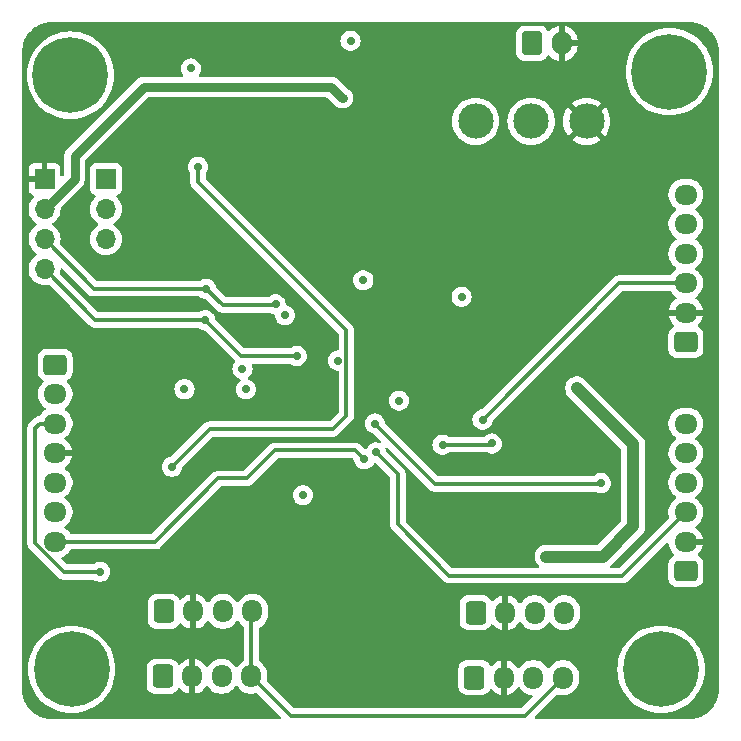
<source format=gbr>
%TF.GenerationSoftware,KiCad,Pcbnew,8.0.5*%
%TF.CreationDate,2024-09-20T22:50:32+02:00*%
%TF.ProjectId,ESE_AL8,4553455f-414c-4382-9e6b-696361645f70,rev?*%
%TF.SameCoordinates,Original*%
%TF.FileFunction,Copper,L4,Bot*%
%TF.FilePolarity,Positive*%
%FSLAX46Y46*%
G04 Gerber Fmt 4.6, Leading zero omitted, Abs format (unit mm)*
G04 Created by KiCad (PCBNEW 8.0.5) date 2024-09-20 22:50:32*
%MOMM*%
%LPD*%
G01*
G04 APERTURE LIST*
G04 Aperture macros list*
%AMRoundRect*
0 Rectangle with rounded corners*
0 $1 Rounding radius*
0 $2 $3 $4 $5 $6 $7 $8 $9 X,Y pos of 4 corners*
0 Add a 4 corners polygon primitive as box body*
4,1,4,$2,$3,$4,$5,$6,$7,$8,$9,$2,$3,0*
0 Add four circle primitives for the rounded corners*
1,1,$1+$1,$2,$3*
1,1,$1+$1,$4,$5*
1,1,$1+$1,$6,$7*
1,1,$1+$1,$8,$9*
0 Add four rect primitives between the rounded corners*
20,1,$1+$1,$2,$3,$4,$5,0*
20,1,$1+$1,$4,$5,$6,$7,0*
20,1,$1+$1,$6,$7,$8,$9,0*
20,1,$1+$1,$8,$9,$2,$3,0*%
G04 Aperture macros list end*
%TA.AperFunction,ComponentPad*%
%ADD10R,1.700000X1.700000*%
%TD*%
%TA.AperFunction,ComponentPad*%
%ADD11O,1.700000X1.700000*%
%TD*%
%TA.AperFunction,ComponentPad*%
%ADD12RoundRect,0.250000X0.725000X-0.600000X0.725000X0.600000X-0.725000X0.600000X-0.725000X-0.600000X0*%
%TD*%
%TA.AperFunction,ComponentPad*%
%ADD13O,1.950000X1.700000*%
%TD*%
%TA.AperFunction,ComponentPad*%
%ADD14C,0.800000*%
%TD*%
%TA.AperFunction,ComponentPad*%
%ADD15C,6.400000*%
%TD*%
%TA.AperFunction,ComponentPad*%
%ADD16RoundRect,0.250000X-0.600000X-0.750000X0.600000X-0.750000X0.600000X0.750000X-0.600000X0.750000X0*%
%TD*%
%TA.AperFunction,ComponentPad*%
%ADD17O,1.700000X2.000000*%
%TD*%
%TA.AperFunction,ComponentPad*%
%ADD18RoundRect,0.250000X-0.725000X0.600000X-0.725000X-0.600000X0.725000X-0.600000X0.725000X0.600000X0*%
%TD*%
%TA.AperFunction,ComponentPad*%
%ADD19RoundRect,0.250000X-0.600000X-0.725000X0.600000X-0.725000X0.600000X0.725000X-0.600000X0.725000X0*%
%TD*%
%TA.AperFunction,ComponentPad*%
%ADD20O,1.700000X1.950000*%
%TD*%
%TA.AperFunction,ComponentPad*%
%ADD21O,3.000000X3.000000*%
%TD*%
%TA.AperFunction,ViaPad*%
%ADD22C,0.700000*%
%TD*%
%TA.AperFunction,Conductor*%
%ADD23C,0.300000*%
%TD*%
%TA.AperFunction,Conductor*%
%ADD24C,1.000000*%
%TD*%
%TA.AperFunction,Conductor*%
%ADD25C,0.750000*%
%TD*%
G04 APERTURE END LIST*
D10*
%TO.P,J102,1,Pin_1*%
%TO.N,GND*%
X142400000Y-73800000D03*
D11*
%TO.P,J102,2,Pin_2*%
%TO.N,+5V*%
X142400000Y-76340000D03*
%TO.P,J102,3,Pin_3*%
%TO.N,SDA_ACCELERO*%
X142400000Y-78880000D03*
%TO.P,J102,4,Pin_4*%
%TO.N,SCL_ACCELERO*%
X142400000Y-81420000D03*
%TD*%
D10*
%TO.P,J101,1,Pin_1*%
%TO.N,GPIO1*%
X147600000Y-73800000D03*
D11*
%TO.P,J101,2,Pin_2*%
%TO.N,GPIO2*%
X147600000Y-76340000D03*
%TO.P,J101,3,Pin_3*%
%TO.N,GPIO3*%
X147600000Y-78880000D03*
%TD*%
D12*
%TO.P,J202,1,Pin_1*%
%TO.N,MOTEUR1-*%
X196700000Y-87600000D03*
D13*
%TO.P,J202,2,Pin_2*%
%TO.N,GND*%
X196700000Y-85100000D03*
%TO.P,J202,3,Pin_3*%
%TO.N,PHASE_A1*%
X196700000Y-82600000D03*
%TO.P,J202,4,Pin_4*%
%TO.N,PHASE_B1*%
X196700000Y-80100000D03*
%TO.P,J202,5,Pin_5*%
%TO.N,+3.3V*%
X196700000Y-77600000D03*
%TO.P,J202,6,Pin_6*%
%TO.N,MOTEUR1+*%
X196700000Y-75100000D03*
%TD*%
D14*
%TO.P,H104,1*%
%TO.N,N/C*%
X192200000Y-115302900D03*
X192902944Y-113605844D03*
X192902944Y-116999956D03*
X194600000Y-112902900D03*
D15*
X194600000Y-115302900D03*
D14*
X194600000Y-117702900D03*
X196297056Y-113605844D03*
X196297056Y-116999956D03*
X197000000Y-115302900D03*
%TD*%
D16*
%TO.P,J301,1,Pin_1*%
%TO.N,+7.2V*%
X183700000Y-62300000D03*
D17*
%TO.P,J301,2,Pin_2*%
%TO.N,GND*%
X186200000Y-62300000D03*
%TD*%
D18*
%TO.P,J204,1,Pin_1*%
%TO.N,+5V*%
X143300000Y-89500000D03*
D13*
%TO.P,J204,2,Pin_2*%
%TO.N,TX_LIDAR*%
X143300000Y-92000000D03*
%TO.P,J204,3,Pin_3*%
%TO.N,RX_LIDAR*%
X143300000Y-94500000D03*
%TO.P,J204,4,Pin_4*%
%TO.N,GND*%
X143300000Y-97000000D03*
%TO.P,J204,5,Pin_5*%
%TO.N,M_EN_LIDAR*%
X143300000Y-99500000D03*
%TO.P,J204,6,Pin_6*%
%TO.N,DEV_EN_LIDAR*%
X143300000Y-102000000D03*
%TO.P,J204,7,Pin_7*%
%TO.N,M_SCTR_LIDAR*%
X143300000Y-104500000D03*
%TD*%
D14*
%TO.P,H102,1*%
%TO.N,N/C*%
X192902900Y-64697100D03*
X193605844Y-63000044D03*
X193605844Y-66394156D03*
X195302900Y-62297100D03*
D15*
X195302900Y-64697100D03*
D14*
X195302900Y-67097100D03*
X196999956Y-63000044D03*
X196999956Y-66394156D03*
X197702900Y-64697100D03*
%TD*%
D12*
%TO.P,J203,1,Pin_1*%
%TO.N,MOTEUR2-*%
X196700000Y-107000000D03*
D13*
%TO.P,J203,2,Pin_2*%
%TO.N,GND*%
X196700000Y-104500000D03*
%TO.P,J203,3,Pin_3*%
%TO.N,PHASE_A2*%
X196700000Y-102000000D03*
%TO.P,J203,4,Pin_4*%
%TO.N,PHASE_B2*%
X196700000Y-99500000D03*
%TO.P,J203,5,Pin_5*%
%TO.N,+3.3V*%
X196700000Y-97000000D03*
%TO.P,J203,6,Pin_6*%
%TO.N,MOTEUR2+*%
X196700000Y-94500000D03*
%TD*%
D14*
%TO.P,H101,1*%
%TO.N,N/C*%
X142200000Y-65000000D03*
X142902944Y-63302944D03*
X142902944Y-66697056D03*
X144600000Y-62600000D03*
D15*
X144600000Y-65000000D03*
D14*
X144600000Y-67400000D03*
X146297056Y-63302944D03*
X146297056Y-66697056D03*
X147000000Y-65000000D03*
%TD*%
%TO.P,H103,1*%
%TO.N,N/C*%
X142297100Y-115302900D03*
X143000044Y-113605844D03*
X143000044Y-116999956D03*
X144697100Y-112902900D03*
D15*
X144697100Y-115302900D03*
D14*
X144697100Y-117702900D03*
X146394156Y-113605844D03*
X146394156Y-116999956D03*
X147097100Y-115302900D03*
%TD*%
D19*
%TO.P,J206,1,Pin_1*%
%TO.N,+3.3V*%
X178900000Y-110500000D03*
D20*
%TO.P,J206,2,Pin_2*%
%TO.N,GND*%
X181400000Y-110500000D03*
%TO.P,J206,3,Pin_3*%
%TO.N,CB_OUT2*%
X183900000Y-110500000D03*
%TO.P,J206,4,Pin_4*%
%TO.N,CB_IN*%
X186400000Y-110500000D03*
%TD*%
D19*
%TO.P,J205,1,Pin_1*%
%TO.N,+3.3V*%
X152500000Y-110400000D03*
D20*
%TO.P,J205,2,Pin_2*%
%TO.N,GND*%
X155000000Y-110400000D03*
%TO.P,J205,3,Pin_3*%
%TO.N,CB_OUT1*%
X157500000Y-110400000D03*
%TO.P,J205,4,Pin_4*%
%TO.N,CB_IN*%
X160000000Y-110400000D03*
%TD*%
D19*
%TO.P,J208,1,Pin_1*%
%TO.N,+3.3V*%
X178800000Y-116000000D03*
D20*
%TO.P,J208,2,Pin_2*%
%TO.N,GND*%
X181300000Y-116000000D03*
%TO.P,J208,3,Pin_3*%
%TO.N,CB_OUT4*%
X183800000Y-116000000D03*
%TO.P,J208,4,Pin_4*%
%TO.N,CB_IN*%
X186300000Y-116000000D03*
%TD*%
D19*
%TO.P,J207,1,Pin_1*%
%TO.N,+3.3V*%
X152400000Y-115900000D03*
D20*
%TO.P,J207,2,Pin_2*%
%TO.N,GND*%
X154900000Y-115900000D03*
%TO.P,J207,3,Pin_3*%
%TO.N,CB_OUT3*%
X157400000Y-115900000D03*
%TO.P,J207,4,Pin_4*%
%TO.N,CB_IN*%
X159900000Y-115900000D03*
%TD*%
D21*
%TO.P,SW301,1,C*%
%TO.N,+7.2V*%
X178900000Y-68900000D03*
%TO.P,SW301,2,B*%
%TO.N,VIN*%
X183600000Y-68900000D03*
%TO.P,SW301,3,A*%
%TO.N,GND*%
X188300000Y-68900000D03*
%TD*%
D22*
%TO.N,GND*%
X160220000Y-72970000D03*
X163680000Y-90460000D03*
X155380000Y-89040000D03*
X182620000Y-87980000D03*
X191670000Y-109400000D03*
X172320000Y-88800000D03*
%TO.N,RX_LIDAR*%
X147120000Y-107050000D03*
%TO.N,GND*%
X170100000Y-106710000D03*
X159710000Y-105460000D03*
X179620000Y-77040000D03*
X169160000Y-74210000D03*
X153750000Y-67440000D03*
%TO.N,PHASE_B2*%
X189490000Y-99530000D03*
X170360000Y-94490000D03*
%TO.N,GND*%
X159450000Y-97137500D03*
%TO.N,M_SCTR_LIDAR*%
X169480000Y-97520000D03*
%TO.N,FWD2*%
X180260000Y-96180000D03*
X176100000Y-96280000D03*
%TO.N,INT1_ACCELERO*%
X159160000Y-89860000D03*
X172410300Y-92547000D03*
%TO.N,SCL_ACCELERO*%
X163750000Y-88770000D03*
X156023000Y-85733200D03*
%TO.N,SDA_ACCELERO*%
X161960000Y-84400000D03*
X156100000Y-83080000D03*
%TO.N,PHASE_A2*%
X170470000Y-96940000D03*
%TO.N,PHASE_B1*%
X159460000Y-91600000D03*
%TO.N,PHASE_A1*%
X179490000Y-94150000D03*
%TO.N,+5V*%
X167640000Y-66900000D03*
X169396500Y-82365500D03*
%TO.N,VIN*%
X184900000Y-105750000D03*
X187480000Y-91480000D03*
%TO.N,NRST*%
X155400000Y-72760000D03*
X153180000Y-98150000D03*
%TO.N,+3.3V*%
X164290000Y-100550000D03*
X168310000Y-62080000D03*
X154780000Y-64430000D03*
X167233000Y-89155000D03*
X177714700Y-83756800D03*
X162768500Y-85328500D03*
X154249700Y-91586900D03*
%TD*%
D23*
%TO.N,GND*%
X181400000Y-115900000D02*
X181300000Y-116000000D01*
%TO.N,CB_IN*%
X183040000Y-119260000D02*
X186300000Y-116000000D01*
X163260000Y-119260000D02*
X183040000Y-119260000D01*
X159900000Y-115900000D02*
X163260000Y-119260000D01*
X159900000Y-110500000D02*
X160000000Y-110400000D01*
X159900000Y-115900000D02*
X159900000Y-110500000D01*
%TO.N,RX_LIDAR*%
X141590000Y-94900000D02*
X141990000Y-94500000D01*
X141590000Y-104612056D02*
X141590000Y-94900000D01*
X144027944Y-107050000D02*
X141590000Y-104612056D01*
X141990000Y-94500000D02*
X143300000Y-94500000D01*
X147120000Y-107050000D02*
X144027944Y-107050000D01*
%TO.N,PHASE_B2*%
X175470000Y-99600000D02*
X170360000Y-94490000D01*
X189420000Y-99600000D02*
X175470000Y-99600000D01*
X189490000Y-99530000D02*
X189420000Y-99600000D01*
D24*
%TO.N,VIN*%
X189680000Y-105750000D02*
X184900000Y-105750000D01*
X192250000Y-103180000D02*
X189680000Y-105750000D01*
X192250000Y-96250000D02*
X192250000Y-103180000D01*
X187480000Y-91480000D02*
X192250000Y-96250000D01*
D23*
%TO.N,PHASE_A2*%
X191330000Y-107370000D02*
X196700000Y-102000000D01*
X172320000Y-98790000D02*
X172320000Y-103020000D01*
X172320000Y-103020000D02*
X176670000Y-107370000D01*
X170470000Y-96940000D02*
X172320000Y-98790000D01*
X176670000Y-107370000D02*
X191330000Y-107370000D01*
%TO.N,M_SCTR_LIDAR*%
X151750000Y-104500000D02*
X143300000Y-104500000D01*
X157120000Y-99130000D02*
X151750000Y-104500000D01*
X159547106Y-99130000D02*
X157120000Y-99130000D01*
X161907106Y-96770000D02*
X159547106Y-99130000D01*
X168730000Y-96770000D02*
X161907106Y-96770000D01*
X169480000Y-97520000D02*
X168730000Y-96770000D01*
%TO.N,NRST*%
X155400000Y-74040000D02*
X155400000Y-72760000D01*
X167960000Y-86600000D02*
X155400000Y-74040000D01*
X166810000Y-94960000D02*
X167960000Y-93810000D01*
X153180000Y-98150000D02*
X156370000Y-94960000D01*
X156370000Y-94960000D02*
X166810000Y-94960000D01*
X167960000Y-93810000D02*
X167960000Y-86600000D01*
%TO.N,FWD2*%
X180160000Y-96280000D02*
X176100000Y-96280000D01*
X180260000Y-96180000D02*
X180160000Y-96280000D01*
%TO.N,PHASE_A1*%
X191040000Y-82600000D02*
X196700000Y-82600000D01*
X179490000Y-94150000D02*
X191040000Y-82600000D01*
%TO.N,SCL_ACCELERO*%
X146713000Y-85733200D02*
X142400000Y-81420000D01*
X156023000Y-85733200D02*
X146713000Y-85733200D01*
X159060000Y-88770000D02*
X163750000Y-88770000D01*
X156023000Y-85733200D02*
X159060000Y-88770000D01*
%TO.N,SDA_ACCELERO*%
X146600000Y-83080000D02*
X156100000Y-83080000D01*
X142400000Y-78880000D02*
X146600000Y-83080000D01*
X161910000Y-84450000D02*
X161960000Y-84400000D01*
X157470000Y-84450000D02*
X161910000Y-84450000D01*
X156100000Y-83080000D02*
X157470000Y-84450000D01*
D25*
%TO.N,+5V*%
X144940000Y-73800000D02*
X142400000Y-76340000D01*
X144940000Y-71860000D02*
X144940000Y-73800000D01*
X150800000Y-66000000D02*
X144940000Y-71860000D01*
X166680000Y-66000000D02*
X150800000Y-66000000D01*
X167580000Y-66900000D02*
X166680000Y-66000000D01*
X167640000Y-66900000D02*
X167580000Y-66900000D01*
%TD*%
%TA.AperFunction,Conductor*%
%TO.N,GND*%
G36*
X197003736Y-60500726D02*
G01*
X197293796Y-60518271D01*
X197308659Y-60520076D01*
X197590798Y-60571780D01*
X197605335Y-60575363D01*
X197879172Y-60660695D01*
X197893163Y-60666000D01*
X198154743Y-60783727D01*
X198167989Y-60790680D01*
X198413465Y-60939075D01*
X198425776Y-60947573D01*
X198646211Y-61120272D01*
X198651573Y-61124473D01*
X198662781Y-61134403D01*
X198865596Y-61337218D01*
X198875526Y-61348426D01*
X198896657Y-61375398D01*
X198995481Y-61501538D01*
X199052422Y-61574217D01*
X199060926Y-61586537D01*
X199129048Y-61699224D01*
X199209316Y-61832004D01*
X199216275Y-61845263D01*
X199333997Y-62106831D01*
X199339306Y-62120832D01*
X199424635Y-62394663D01*
X199428219Y-62409201D01*
X199479923Y-62691340D01*
X199481728Y-62706205D01*
X199499274Y-62996263D01*
X199499500Y-63003750D01*
X199499500Y-116996249D01*
X199499274Y-117003736D01*
X199481728Y-117293794D01*
X199479923Y-117308659D01*
X199428219Y-117590798D01*
X199424635Y-117605336D01*
X199339306Y-117879167D01*
X199333997Y-117893168D01*
X199216275Y-118154736D01*
X199209316Y-118167995D01*
X199060928Y-118413459D01*
X199052422Y-118425782D01*
X198875526Y-118651573D01*
X198865596Y-118662781D01*
X198662781Y-118865596D01*
X198651573Y-118875526D01*
X198425782Y-119052422D01*
X198413459Y-119060928D01*
X198167995Y-119209316D01*
X198154736Y-119216275D01*
X197893168Y-119333997D01*
X197879167Y-119339306D01*
X197605336Y-119424635D01*
X197590798Y-119428219D01*
X197308659Y-119479923D01*
X197293794Y-119481728D01*
X197003736Y-119499274D01*
X196996249Y-119499500D01*
X184019808Y-119499500D01*
X183952769Y-119479815D01*
X183907014Y-119427011D01*
X183897070Y-119357853D01*
X183926095Y-119294297D01*
X183932127Y-119287819D01*
X184806486Y-118413459D01*
X185774502Y-117445441D01*
X185835823Y-117411958D01*
X185900497Y-117415192D01*
X185983757Y-117442246D01*
X186193713Y-117475500D01*
X186193714Y-117475500D01*
X186406286Y-117475500D01*
X186406287Y-117475500D01*
X186616243Y-117442246D01*
X186818412Y-117376557D01*
X187007816Y-117280051D01*
X187093622Y-117217710D01*
X187179786Y-117155109D01*
X187179788Y-117155106D01*
X187179792Y-117155104D01*
X187330104Y-117004792D01*
X187330106Y-117004788D01*
X187330109Y-117004786D01*
X187455048Y-116832820D01*
X187455047Y-116832820D01*
X187455051Y-116832816D01*
X187551557Y-116643412D01*
X187617246Y-116441243D01*
X187650500Y-116231287D01*
X187650500Y-115768713D01*
X187617246Y-115558757D01*
X187551557Y-115356588D01*
X187524201Y-115302899D01*
X190894422Y-115302899D01*
X190894422Y-115302900D01*
X190914722Y-115690239D01*
X190918906Y-115716657D01*
X190975398Y-116073333D01*
X191057594Y-116380095D01*
X191075788Y-116447994D01*
X191214787Y-116810097D01*
X191390877Y-117155693D01*
X191602122Y-117480982D01*
X191697019Y-117598170D01*
X191846219Y-117782416D01*
X192120484Y-118056681D01*
X192257945Y-118167995D01*
X192421917Y-118300777D01*
X192747206Y-118512022D01*
X192747211Y-118512025D01*
X193092806Y-118688114D01*
X193454913Y-118827114D01*
X193829567Y-118927502D01*
X194212662Y-118988178D01*
X194578576Y-119007355D01*
X194599999Y-119008478D01*
X194600000Y-119008478D01*
X194600001Y-119008478D01*
X194620301Y-119007414D01*
X194987338Y-118988178D01*
X195370433Y-118927502D01*
X195745087Y-118827114D01*
X196107194Y-118688114D01*
X196452789Y-118512025D01*
X196778084Y-118300776D01*
X197079516Y-118056681D01*
X197353781Y-117782416D01*
X197597876Y-117480984D01*
X197809125Y-117155689D01*
X197985214Y-116810094D01*
X198124214Y-116447987D01*
X198224602Y-116073333D01*
X198285278Y-115690238D01*
X198305578Y-115302900D01*
X198285278Y-114915562D01*
X198224602Y-114532467D01*
X198124214Y-114157813D01*
X197985214Y-113795706D01*
X197809125Y-113450111D01*
X197597876Y-113124816D01*
X197353781Y-112823384D01*
X197079516Y-112549119D01*
X196778084Y-112305024D01*
X196778082Y-112305022D01*
X196452793Y-112093777D01*
X196107197Y-111917687D01*
X195745094Y-111778688D01*
X195737141Y-111776557D01*
X195370433Y-111678298D01*
X195370429Y-111678297D01*
X195370428Y-111678297D01*
X194987339Y-111617622D01*
X194600001Y-111597322D01*
X194599999Y-111597322D01*
X194212660Y-111617622D01*
X193829572Y-111678297D01*
X193829570Y-111678297D01*
X193454905Y-111778688D01*
X193092802Y-111917687D01*
X192747206Y-112093777D01*
X192421917Y-112305022D01*
X192120488Y-112549115D01*
X192120480Y-112549122D01*
X191846222Y-112823380D01*
X191846215Y-112823388D01*
X191602122Y-113124817D01*
X191390877Y-113450106D01*
X191214787Y-113795702D01*
X191075788Y-114157805D01*
X190975397Y-114532470D01*
X190975397Y-114532472D01*
X190914722Y-114915560D01*
X190894422Y-115302899D01*
X187524201Y-115302899D01*
X187455051Y-115167184D01*
X187455049Y-115167181D01*
X187455048Y-115167179D01*
X187330109Y-114995213D01*
X187179786Y-114844890D01*
X187007820Y-114719951D01*
X186818414Y-114623444D01*
X186818413Y-114623443D01*
X186818412Y-114623443D01*
X186616243Y-114557754D01*
X186616241Y-114557753D01*
X186616240Y-114557753D01*
X186454957Y-114532208D01*
X186406287Y-114524500D01*
X186193713Y-114524500D01*
X186145042Y-114532208D01*
X185983760Y-114557753D01*
X185781585Y-114623444D01*
X185592179Y-114719951D01*
X185420213Y-114844890D01*
X185269894Y-114995209D01*
X185269890Y-114995214D01*
X185150318Y-115159793D01*
X185094989Y-115202459D01*
X185025375Y-115208438D01*
X184963580Y-115175833D01*
X184949682Y-115159793D01*
X184830109Y-114995214D01*
X184830105Y-114995209D01*
X184679786Y-114844890D01*
X184507820Y-114719951D01*
X184318414Y-114623444D01*
X184318413Y-114623443D01*
X184318412Y-114623443D01*
X184116243Y-114557754D01*
X184116241Y-114557753D01*
X184116240Y-114557753D01*
X183954957Y-114532208D01*
X183906287Y-114524500D01*
X183693713Y-114524500D01*
X183645042Y-114532208D01*
X183483760Y-114557753D01*
X183281585Y-114623444D01*
X183092179Y-114719951D01*
X182920213Y-114844890D01*
X182769894Y-114995209D01*
X182769890Y-114995214D01*
X182650008Y-115160218D01*
X182594678Y-115202884D01*
X182525065Y-115208863D01*
X182463270Y-115176257D01*
X182449372Y-115160218D01*
X182329727Y-114995540D01*
X182329723Y-114995535D01*
X182179464Y-114845276D01*
X182179459Y-114845272D01*
X182007557Y-114720379D01*
X181818215Y-114623903D01*
X181616124Y-114558241D01*
X181550000Y-114547768D01*
X181550000Y-115595854D01*
X181483343Y-115557370D01*
X181362535Y-115525000D01*
X181237465Y-115525000D01*
X181116657Y-115557370D01*
X181050000Y-115595854D01*
X181050000Y-114547768D01*
X181049999Y-114547768D01*
X180983875Y-114558241D01*
X180781784Y-114623903D01*
X180592442Y-114720379D01*
X180420541Y-114845271D01*
X180281668Y-114984144D01*
X180220345Y-115017628D01*
X180150653Y-115012644D01*
X180094720Y-114970772D01*
X180088448Y-114961558D01*
X180060076Y-114915560D01*
X179992712Y-114806344D01*
X179868656Y-114682288D01*
X179767588Y-114619949D01*
X179719336Y-114590187D01*
X179719331Y-114590185D01*
X179656289Y-114569295D01*
X179552797Y-114535001D01*
X179552795Y-114535000D01*
X179450010Y-114524500D01*
X178149998Y-114524500D01*
X178149981Y-114524501D01*
X178047203Y-114535000D01*
X178047200Y-114535001D01*
X177880668Y-114590185D01*
X177880663Y-114590187D01*
X177731342Y-114682289D01*
X177607289Y-114806342D01*
X177515187Y-114955663D01*
X177515185Y-114955668D01*
X177510180Y-114970772D01*
X177460001Y-115122203D01*
X177460001Y-115122204D01*
X177460000Y-115122204D01*
X177449500Y-115224983D01*
X177449500Y-116775001D01*
X177449501Y-116775018D01*
X177460000Y-116877796D01*
X177460001Y-116877799D01*
X177494031Y-116980493D01*
X177515186Y-117044334D01*
X177607288Y-117193656D01*
X177731344Y-117317712D01*
X177880666Y-117409814D01*
X178047203Y-117464999D01*
X178149991Y-117475500D01*
X179450008Y-117475499D01*
X179552797Y-117464999D01*
X179719334Y-117409814D01*
X179868656Y-117317712D01*
X179992712Y-117193656D01*
X180084814Y-117044334D01*
X180084814Y-117044331D01*
X180088448Y-117038441D01*
X180140395Y-116991716D01*
X180209358Y-116980493D01*
X180273440Y-117008336D01*
X180281668Y-117015856D01*
X180420535Y-117154723D01*
X180420540Y-117154727D01*
X180592442Y-117279620D01*
X180781782Y-117376095D01*
X180983871Y-117441757D01*
X181050000Y-117452231D01*
X181050000Y-116404145D01*
X181116657Y-116442630D01*
X181237465Y-116475000D01*
X181362535Y-116475000D01*
X181483343Y-116442630D01*
X181550000Y-116404145D01*
X181550000Y-117452230D01*
X181616126Y-117441757D01*
X181616129Y-117441757D01*
X181818217Y-117376095D01*
X182007557Y-117279620D01*
X182179459Y-117154727D01*
X182179464Y-117154723D01*
X182329721Y-117004466D01*
X182449371Y-116839781D01*
X182504701Y-116797115D01*
X182574314Y-116791136D01*
X182636110Y-116823741D01*
X182650008Y-116839781D01*
X182769890Y-117004785D01*
X182769894Y-117004790D01*
X182920213Y-117155109D01*
X183092179Y-117280048D01*
X183092181Y-117280049D01*
X183092184Y-117280051D01*
X183281588Y-117376557D01*
X183483757Y-117442246D01*
X183483760Y-117442246D01*
X183483761Y-117442247D01*
X183546793Y-117452230D01*
X183635359Y-117466257D01*
X183698493Y-117496186D01*
X183735425Y-117555497D01*
X183734427Y-117625360D01*
X183703642Y-117676411D01*
X182806873Y-118573181D01*
X182745550Y-118606666D01*
X182719192Y-118609500D01*
X163580808Y-118609500D01*
X163513769Y-118589815D01*
X163493127Y-118573181D01*
X161267929Y-116347983D01*
X161234444Y-116286660D01*
X161233137Y-116240909D01*
X161250500Y-116131287D01*
X161250500Y-115668713D01*
X161217246Y-115458757D01*
X161151557Y-115256588D01*
X161055051Y-115067184D01*
X161055049Y-115067181D01*
X161055048Y-115067179D01*
X160930109Y-114895213D01*
X160779786Y-114744890D01*
X160603875Y-114617085D01*
X160604851Y-114615740D01*
X160562834Y-114569295D01*
X160550500Y-114515382D01*
X160550500Y-111836194D01*
X160570185Y-111769155D01*
X160618205Y-111725709D01*
X160707816Y-111680051D01*
X160801617Y-111611901D01*
X160879786Y-111555109D01*
X160879788Y-111555106D01*
X160879792Y-111555104D01*
X161030104Y-111404792D01*
X161030106Y-111404788D01*
X161030109Y-111404786D01*
X161155048Y-111232820D01*
X161155047Y-111232820D01*
X161155051Y-111232816D01*
X161251557Y-111043412D01*
X161317246Y-110841243D01*
X161350500Y-110631287D01*
X161350500Y-110168713D01*
X161317246Y-109958757D01*
X161251557Y-109756588D01*
X161235453Y-109724983D01*
X177549500Y-109724983D01*
X177549500Y-111275001D01*
X177549501Y-111275018D01*
X177560000Y-111377796D01*
X177560001Y-111377799D01*
X177594031Y-111480493D01*
X177615186Y-111544334D01*
X177707288Y-111693656D01*
X177831344Y-111817712D01*
X177980666Y-111909814D01*
X178147203Y-111964999D01*
X178249991Y-111975500D01*
X179550008Y-111975499D01*
X179652797Y-111964999D01*
X179819334Y-111909814D01*
X179968656Y-111817712D01*
X180092712Y-111693656D01*
X180184814Y-111544334D01*
X180184814Y-111544331D01*
X180188448Y-111538441D01*
X180240395Y-111491716D01*
X180309358Y-111480493D01*
X180373440Y-111508336D01*
X180381668Y-111515856D01*
X180520535Y-111654723D01*
X180520540Y-111654727D01*
X180692442Y-111779620D01*
X180881782Y-111876095D01*
X181083871Y-111941757D01*
X181150000Y-111952231D01*
X181150000Y-110904145D01*
X181216657Y-110942630D01*
X181337465Y-110975000D01*
X181462535Y-110975000D01*
X181583343Y-110942630D01*
X181650000Y-110904145D01*
X181650000Y-111952230D01*
X181716126Y-111941757D01*
X181716129Y-111941757D01*
X181918217Y-111876095D01*
X182107557Y-111779620D01*
X182279459Y-111654727D01*
X182279464Y-111654723D01*
X182429721Y-111504466D01*
X182549371Y-111339781D01*
X182604701Y-111297115D01*
X182674314Y-111291136D01*
X182736110Y-111323741D01*
X182750008Y-111339781D01*
X182869890Y-111504785D01*
X182869894Y-111504790D01*
X183020213Y-111655109D01*
X183192179Y-111780048D01*
X183192181Y-111780049D01*
X183192184Y-111780051D01*
X183381588Y-111876557D01*
X183583757Y-111942246D01*
X183793713Y-111975500D01*
X183793714Y-111975500D01*
X184006286Y-111975500D01*
X184006287Y-111975500D01*
X184216243Y-111942246D01*
X184418412Y-111876557D01*
X184607816Y-111780051D01*
X184701178Y-111712220D01*
X184779786Y-111655109D01*
X184779788Y-111655106D01*
X184779792Y-111655104D01*
X184930104Y-111504792D01*
X185049683Y-111340204D01*
X185105011Y-111297540D01*
X185174624Y-111291561D01*
X185236420Y-111324166D01*
X185250313Y-111340199D01*
X185352242Y-111480493D01*
X185369896Y-111504792D01*
X185520213Y-111655109D01*
X185692179Y-111780048D01*
X185692181Y-111780049D01*
X185692184Y-111780051D01*
X185881588Y-111876557D01*
X186083757Y-111942246D01*
X186293713Y-111975500D01*
X186293714Y-111975500D01*
X186506286Y-111975500D01*
X186506287Y-111975500D01*
X186716243Y-111942246D01*
X186918412Y-111876557D01*
X187107816Y-111780051D01*
X187201178Y-111712220D01*
X187279786Y-111655109D01*
X187279788Y-111655106D01*
X187279792Y-111655104D01*
X187430104Y-111504792D01*
X187430106Y-111504788D01*
X187430109Y-111504786D01*
X187555048Y-111332820D01*
X187555047Y-111332820D01*
X187555051Y-111332816D01*
X187651557Y-111143412D01*
X187717246Y-110941243D01*
X187750500Y-110731287D01*
X187750500Y-110268713D01*
X187717246Y-110058757D01*
X187651557Y-109856588D01*
X187555051Y-109667184D01*
X187555049Y-109667181D01*
X187555048Y-109667179D01*
X187430109Y-109495213D01*
X187279786Y-109344890D01*
X187107820Y-109219951D01*
X186918414Y-109123444D01*
X186918413Y-109123443D01*
X186918412Y-109123443D01*
X186716243Y-109057754D01*
X186716241Y-109057753D01*
X186716240Y-109057753D01*
X186554957Y-109032208D01*
X186506287Y-109024500D01*
X186293713Y-109024500D01*
X186245042Y-109032208D01*
X186083760Y-109057753D01*
X185881585Y-109123444D01*
X185692179Y-109219951D01*
X185520213Y-109344890D01*
X185369894Y-109495209D01*
X185369890Y-109495214D01*
X185250318Y-109659793D01*
X185194989Y-109702459D01*
X185125375Y-109708438D01*
X185063580Y-109675833D01*
X185049682Y-109659793D01*
X184930109Y-109495214D01*
X184930105Y-109495209D01*
X184779786Y-109344890D01*
X184607820Y-109219951D01*
X184418414Y-109123444D01*
X184418413Y-109123443D01*
X184418412Y-109123443D01*
X184216243Y-109057754D01*
X184216241Y-109057753D01*
X184216240Y-109057753D01*
X184054957Y-109032208D01*
X184006287Y-109024500D01*
X183793713Y-109024500D01*
X183745042Y-109032208D01*
X183583760Y-109057753D01*
X183381585Y-109123444D01*
X183192179Y-109219951D01*
X183020213Y-109344890D01*
X182869894Y-109495209D01*
X182869890Y-109495214D01*
X182750008Y-109660218D01*
X182694678Y-109702884D01*
X182625065Y-109708863D01*
X182563270Y-109676257D01*
X182549372Y-109660218D01*
X182429727Y-109495540D01*
X182429723Y-109495535D01*
X182279464Y-109345276D01*
X182279459Y-109345272D01*
X182107557Y-109220379D01*
X181918215Y-109123903D01*
X181716124Y-109058241D01*
X181650000Y-109047768D01*
X181650000Y-110095854D01*
X181583343Y-110057370D01*
X181462535Y-110025000D01*
X181337465Y-110025000D01*
X181216657Y-110057370D01*
X181150000Y-110095854D01*
X181150000Y-109047768D01*
X181149999Y-109047768D01*
X181083875Y-109058241D01*
X180881784Y-109123903D01*
X180692442Y-109220379D01*
X180520541Y-109345271D01*
X180381668Y-109484144D01*
X180320345Y-109517628D01*
X180250653Y-109512644D01*
X180194720Y-109470772D01*
X180188448Y-109461558D01*
X180147526Y-109395213D01*
X180092712Y-109306344D01*
X179968656Y-109182288D01*
X179819334Y-109090186D01*
X179652797Y-109035001D01*
X179652795Y-109035000D01*
X179550010Y-109024500D01*
X178249998Y-109024500D01*
X178249981Y-109024501D01*
X178147203Y-109035000D01*
X178147200Y-109035001D01*
X177980668Y-109090185D01*
X177980663Y-109090187D01*
X177831342Y-109182289D01*
X177707289Y-109306342D01*
X177615187Y-109455663D01*
X177615185Y-109455668D01*
X177610180Y-109470772D01*
X177560001Y-109622203D01*
X177560001Y-109622204D01*
X177560000Y-109622204D01*
X177549500Y-109724983D01*
X161235453Y-109724983D01*
X161155051Y-109567184D01*
X161155049Y-109567181D01*
X161155048Y-109567179D01*
X161030109Y-109395213D01*
X160879786Y-109244890D01*
X160707820Y-109119951D01*
X160518414Y-109023444D01*
X160518413Y-109023443D01*
X160518412Y-109023443D01*
X160316243Y-108957754D01*
X160316241Y-108957753D01*
X160316240Y-108957753D01*
X160154957Y-108932208D01*
X160106287Y-108924500D01*
X159893713Y-108924500D01*
X159845042Y-108932208D01*
X159683760Y-108957753D01*
X159481585Y-109023444D01*
X159292179Y-109119951D01*
X159120213Y-109244890D01*
X158969894Y-109395209D01*
X158969890Y-109395214D01*
X158850318Y-109559793D01*
X158794989Y-109602459D01*
X158725375Y-109608438D01*
X158663580Y-109575833D01*
X158649682Y-109559793D01*
X158530109Y-109395214D01*
X158530105Y-109395209D01*
X158379786Y-109244890D01*
X158207820Y-109119951D01*
X158018414Y-109023444D01*
X158018413Y-109023443D01*
X158018412Y-109023443D01*
X157816243Y-108957754D01*
X157816241Y-108957753D01*
X157816240Y-108957753D01*
X157654957Y-108932208D01*
X157606287Y-108924500D01*
X157393713Y-108924500D01*
X157345042Y-108932208D01*
X157183760Y-108957753D01*
X156981585Y-109023444D01*
X156792179Y-109119951D01*
X156620213Y-109244890D01*
X156469894Y-109395209D01*
X156469890Y-109395214D01*
X156350008Y-109560218D01*
X156294678Y-109602884D01*
X156225065Y-109608863D01*
X156163270Y-109576257D01*
X156149372Y-109560218D01*
X156029727Y-109395540D01*
X156029723Y-109395535D01*
X155879464Y-109245276D01*
X155879459Y-109245272D01*
X155707557Y-109120379D01*
X155518215Y-109023903D01*
X155316124Y-108958241D01*
X155250000Y-108947768D01*
X155250000Y-109995854D01*
X155183343Y-109957370D01*
X155062535Y-109925000D01*
X154937465Y-109925000D01*
X154816657Y-109957370D01*
X154750000Y-109995854D01*
X154750000Y-108947768D01*
X154749999Y-108947768D01*
X154683875Y-108958241D01*
X154481784Y-109023903D01*
X154292442Y-109120379D01*
X154120541Y-109245271D01*
X153981668Y-109384144D01*
X153920345Y-109417628D01*
X153850653Y-109412644D01*
X153794720Y-109370772D01*
X153788448Y-109361558D01*
X153692712Y-109206344D01*
X153568657Y-109082289D01*
X153568656Y-109082288D01*
X153419334Y-108990186D01*
X153252797Y-108935001D01*
X153252795Y-108935000D01*
X153150010Y-108924500D01*
X151849998Y-108924500D01*
X151849981Y-108924501D01*
X151747203Y-108935000D01*
X151747200Y-108935001D01*
X151580668Y-108990185D01*
X151580663Y-108990187D01*
X151431342Y-109082289D01*
X151307289Y-109206342D01*
X151215187Y-109355663D01*
X151215185Y-109355668D01*
X151210180Y-109370772D01*
X151160001Y-109522203D01*
X151160001Y-109522204D01*
X151160000Y-109522204D01*
X151149500Y-109624983D01*
X151149500Y-111175001D01*
X151149501Y-111175018D01*
X151160000Y-111277796D01*
X151160001Y-111277799D01*
X151180681Y-111340206D01*
X151215186Y-111444334D01*
X151307288Y-111593656D01*
X151431344Y-111717712D01*
X151580666Y-111809814D01*
X151747203Y-111864999D01*
X151849991Y-111875500D01*
X153150008Y-111875499D01*
X153252797Y-111864999D01*
X153419334Y-111809814D01*
X153568656Y-111717712D01*
X153692712Y-111593656D01*
X153784814Y-111444334D01*
X153784814Y-111444331D01*
X153788448Y-111438441D01*
X153840395Y-111391716D01*
X153909358Y-111380493D01*
X153973440Y-111408336D01*
X153981668Y-111415856D01*
X154120535Y-111554723D01*
X154120540Y-111554727D01*
X154292442Y-111679620D01*
X154481782Y-111776095D01*
X154683871Y-111841757D01*
X154750000Y-111852231D01*
X154750000Y-110804145D01*
X154816657Y-110842630D01*
X154937465Y-110875000D01*
X155062535Y-110875000D01*
X155183343Y-110842630D01*
X155250000Y-110804145D01*
X155250000Y-111852230D01*
X155316126Y-111841757D01*
X155316129Y-111841757D01*
X155518217Y-111776095D01*
X155707557Y-111679620D01*
X155879459Y-111554727D01*
X155879464Y-111554723D01*
X156029721Y-111404466D01*
X156149371Y-111239781D01*
X156204701Y-111197115D01*
X156274314Y-111191136D01*
X156336110Y-111223741D01*
X156350008Y-111239781D01*
X156469890Y-111404785D01*
X156469894Y-111404790D01*
X156620213Y-111555109D01*
X156792179Y-111680048D01*
X156792181Y-111680049D01*
X156792184Y-111680051D01*
X156981588Y-111776557D01*
X157183757Y-111842246D01*
X157393713Y-111875500D01*
X157393714Y-111875500D01*
X157606286Y-111875500D01*
X157606287Y-111875500D01*
X157816243Y-111842246D01*
X158018412Y-111776557D01*
X158207816Y-111680051D01*
X158293743Y-111617622D01*
X158379786Y-111555109D01*
X158379788Y-111555106D01*
X158379792Y-111555104D01*
X158530104Y-111404792D01*
X158649683Y-111240204D01*
X158705011Y-111197540D01*
X158774624Y-111191561D01*
X158836420Y-111224166D01*
X158850313Y-111240199D01*
X158969896Y-111404792D01*
X159120208Y-111555104D01*
X159198384Y-111611902D01*
X159241051Y-111667231D01*
X159249500Y-111712220D01*
X159249500Y-114515382D01*
X159229815Y-114582421D01*
X159195408Y-114616099D01*
X159196125Y-114617085D01*
X159020213Y-114744890D01*
X158869894Y-114895209D01*
X158869890Y-114895214D01*
X158750318Y-115059793D01*
X158694989Y-115102459D01*
X158625375Y-115108438D01*
X158563580Y-115075833D01*
X158549682Y-115059793D01*
X158430109Y-114895214D01*
X158430105Y-114895209D01*
X158279786Y-114744890D01*
X158107820Y-114619951D01*
X157918414Y-114523444D01*
X157918413Y-114523443D01*
X157918412Y-114523443D01*
X157716243Y-114457754D01*
X157716241Y-114457753D01*
X157716240Y-114457753D01*
X157554957Y-114432208D01*
X157506287Y-114424500D01*
X157293713Y-114424500D01*
X157245042Y-114432208D01*
X157083760Y-114457753D01*
X156881585Y-114523444D01*
X156692179Y-114619951D01*
X156520213Y-114744890D01*
X156369894Y-114895209D01*
X156369890Y-114895214D01*
X156250008Y-115060218D01*
X156194678Y-115102884D01*
X156125065Y-115108863D01*
X156063270Y-115076257D01*
X156049372Y-115060218D01*
X155929727Y-114895540D01*
X155929723Y-114895535D01*
X155779464Y-114745276D01*
X155779459Y-114745272D01*
X155607557Y-114620379D01*
X155418215Y-114523903D01*
X155216124Y-114458241D01*
X155150000Y-114447768D01*
X155150000Y-115495854D01*
X155083343Y-115457370D01*
X154962535Y-115425000D01*
X154837465Y-115425000D01*
X154716657Y-115457370D01*
X154650000Y-115495854D01*
X154650000Y-114447768D01*
X154649999Y-114447768D01*
X154583875Y-114458241D01*
X154381784Y-114523903D01*
X154192442Y-114620379D01*
X154020541Y-114745271D01*
X153881668Y-114884144D01*
X153820345Y-114917628D01*
X153750653Y-114912644D01*
X153694720Y-114870772D01*
X153688448Y-114861558D01*
X153592712Y-114706344D01*
X153468657Y-114582289D01*
X153468656Y-114582288D01*
X153373253Y-114523443D01*
X153319336Y-114490187D01*
X153319331Y-114490185D01*
X153317862Y-114489698D01*
X153152797Y-114435001D01*
X153152795Y-114435000D01*
X153050010Y-114424500D01*
X151749998Y-114424500D01*
X151749981Y-114424501D01*
X151647203Y-114435000D01*
X151647200Y-114435001D01*
X151480668Y-114490185D01*
X151480663Y-114490187D01*
X151331342Y-114582289D01*
X151207289Y-114706342D01*
X151115187Y-114855663D01*
X151115185Y-114855668D01*
X151110180Y-114870772D01*
X151060001Y-115022203D01*
X151060001Y-115022204D01*
X151060000Y-115022204D01*
X151049500Y-115124983D01*
X151049500Y-116675001D01*
X151049501Y-116675018D01*
X151060000Y-116777796D01*
X151060001Y-116777799D01*
X151093137Y-116877796D01*
X151115186Y-116944334D01*
X151207288Y-117093656D01*
X151331344Y-117217712D01*
X151480666Y-117309814D01*
X151647203Y-117364999D01*
X151749991Y-117375500D01*
X153050008Y-117375499D01*
X153152797Y-117364999D01*
X153319334Y-117309814D01*
X153468656Y-117217712D01*
X153592712Y-117093656D01*
X153684814Y-116944334D01*
X153684814Y-116944331D01*
X153688448Y-116938441D01*
X153740395Y-116891716D01*
X153809358Y-116880493D01*
X153873440Y-116908336D01*
X153881668Y-116915856D01*
X154020535Y-117054723D01*
X154020540Y-117054727D01*
X154192442Y-117179620D01*
X154381782Y-117276095D01*
X154583871Y-117341757D01*
X154650000Y-117352231D01*
X154650000Y-116304145D01*
X154716657Y-116342630D01*
X154837465Y-116375000D01*
X154962535Y-116375000D01*
X155083343Y-116342630D01*
X155150000Y-116304145D01*
X155150000Y-117352230D01*
X155216126Y-117341757D01*
X155216129Y-117341757D01*
X155418217Y-117276095D01*
X155607557Y-117179620D01*
X155779459Y-117054727D01*
X155779464Y-117054723D01*
X155929721Y-116904466D01*
X156049371Y-116739781D01*
X156104701Y-116697115D01*
X156174314Y-116691136D01*
X156236110Y-116723741D01*
X156250008Y-116739781D01*
X156369890Y-116904785D01*
X156369894Y-116904790D01*
X156520213Y-117055109D01*
X156692179Y-117180048D01*
X156692181Y-117180049D01*
X156692184Y-117180051D01*
X156881588Y-117276557D01*
X157083757Y-117342246D01*
X157293713Y-117375500D01*
X157293714Y-117375500D01*
X157506286Y-117375500D01*
X157506287Y-117375500D01*
X157716243Y-117342246D01*
X157918412Y-117276557D01*
X158107816Y-117180051D01*
X158142677Y-117154723D01*
X158279786Y-117055109D01*
X158279788Y-117055106D01*
X158279792Y-117055104D01*
X158430104Y-116904792D01*
X158549683Y-116740204D01*
X158605011Y-116697540D01*
X158674624Y-116691561D01*
X158736420Y-116724166D01*
X158750313Y-116740199D01*
X158850283Y-116877797D01*
X158869896Y-116904792D01*
X159020213Y-117055109D01*
X159192179Y-117180048D01*
X159192181Y-117180049D01*
X159192184Y-117180051D01*
X159381588Y-117276557D01*
X159583757Y-117342246D01*
X159793713Y-117375500D01*
X159793714Y-117375500D01*
X160006286Y-117375500D01*
X160006287Y-117375500D01*
X160216243Y-117342246D01*
X160299498Y-117315193D01*
X160369337Y-117313197D01*
X160425497Y-117345443D01*
X162367873Y-119287819D01*
X162401358Y-119349142D01*
X162396374Y-119418834D01*
X162354502Y-119474767D01*
X162289038Y-119499184D01*
X162280192Y-119499500D01*
X143003751Y-119499500D01*
X142996264Y-119499274D01*
X142706205Y-119481728D01*
X142691340Y-119479923D01*
X142409201Y-119428219D01*
X142394663Y-119424635D01*
X142120832Y-119339306D01*
X142106831Y-119333997D01*
X141845263Y-119216275D01*
X141832004Y-119209316D01*
X141586540Y-119060928D01*
X141574217Y-119052422D01*
X141348426Y-118875526D01*
X141337218Y-118865596D01*
X141134403Y-118662781D01*
X141124473Y-118651573D01*
X141015142Y-118512022D01*
X140947573Y-118425776D01*
X140939075Y-118413465D01*
X140790680Y-118167989D01*
X140783727Y-118154743D01*
X140666000Y-117893163D01*
X140660693Y-117879167D01*
X140575364Y-117605336D01*
X140571780Y-117590798D01*
X140526231Y-117342245D01*
X140520075Y-117308657D01*
X140518271Y-117293794D01*
X140517200Y-117276095D01*
X140500790Y-117004790D01*
X140500726Y-117003736D01*
X140500500Y-116996249D01*
X140500500Y-115302899D01*
X140991522Y-115302899D01*
X140991522Y-115302900D01*
X141011822Y-115690239D01*
X141016006Y-115716657D01*
X141072498Y-116073333D01*
X141154694Y-116380095D01*
X141172888Y-116447994D01*
X141311887Y-116810097D01*
X141487977Y-117155693D01*
X141699222Y-117480982D01*
X141794119Y-117598170D01*
X141943319Y-117782416D01*
X142217584Y-118056681D01*
X142355045Y-118167995D01*
X142519017Y-118300777D01*
X142844306Y-118512022D01*
X142844311Y-118512025D01*
X143189906Y-118688114D01*
X143552013Y-118827114D01*
X143926667Y-118927502D01*
X144309762Y-118988178D01*
X144675676Y-119007355D01*
X144697099Y-119008478D01*
X144697100Y-119008478D01*
X144697101Y-119008478D01*
X144717401Y-119007414D01*
X145084438Y-118988178D01*
X145467533Y-118927502D01*
X145842187Y-118827114D01*
X146204294Y-118688114D01*
X146549889Y-118512025D01*
X146875184Y-118300776D01*
X147176616Y-118056681D01*
X147450881Y-117782416D01*
X147694976Y-117480984D01*
X147906225Y-117155689D01*
X148082314Y-116810094D01*
X148221314Y-116447987D01*
X148321702Y-116073333D01*
X148382378Y-115690238D01*
X148402678Y-115302900D01*
X148382378Y-114915562D01*
X148321702Y-114532467D01*
X148221314Y-114157813D01*
X148082314Y-113795706D01*
X147906225Y-113450111D01*
X147694976Y-113124816D01*
X147450881Y-112823384D01*
X147176616Y-112549119D01*
X146875184Y-112305024D01*
X146875182Y-112305022D01*
X146549893Y-112093777D01*
X146204297Y-111917687D01*
X145842194Y-111778688D01*
X145834241Y-111776557D01*
X145467533Y-111678298D01*
X145467529Y-111678297D01*
X145467528Y-111678297D01*
X145084439Y-111617622D01*
X144697101Y-111597322D01*
X144697099Y-111597322D01*
X144309760Y-111617622D01*
X143926672Y-111678297D01*
X143926670Y-111678297D01*
X143552005Y-111778688D01*
X143189902Y-111917687D01*
X142844306Y-112093777D01*
X142519017Y-112305022D01*
X142217588Y-112549115D01*
X142217580Y-112549122D01*
X141943322Y-112823380D01*
X141943315Y-112823388D01*
X141699222Y-113124817D01*
X141487977Y-113450106D01*
X141311887Y-113795702D01*
X141172888Y-114157805D01*
X141072497Y-114532470D01*
X141072497Y-114532472D01*
X141011822Y-114915560D01*
X140991522Y-115302899D01*
X140500500Y-115302899D01*
X140500500Y-94835928D01*
X140939500Y-94835928D01*
X140939500Y-94835931D01*
X140939500Y-104676125D01*
X140954096Y-104749500D01*
X140964499Y-104801800D01*
X141013535Y-104920183D01*
X141084723Y-105026725D01*
X141084726Y-105026729D01*
X143613271Y-107555274D01*
X143664171Y-107589284D01*
X143719810Y-107626461D01*
X143719816Y-107626464D01*
X143719817Y-107626465D01*
X143838200Y-107675501D01*
X143838204Y-107675501D01*
X143838205Y-107675502D01*
X143963872Y-107700500D01*
X143963875Y-107700500D01*
X146528089Y-107700500D01*
X146595128Y-107720185D01*
X146600976Y-107724182D01*
X146692407Y-107790612D01*
X146855733Y-107863329D01*
X147030609Y-107900500D01*
X147030610Y-107900500D01*
X147209389Y-107900500D01*
X147209391Y-107900500D01*
X147384267Y-107863329D01*
X147547593Y-107790612D01*
X147692230Y-107685526D01*
X147701258Y-107675500D01*
X147745408Y-107626466D01*
X147811859Y-107552665D01*
X147901250Y-107397835D01*
X147956497Y-107227803D01*
X147975185Y-107050000D01*
X147956497Y-106872197D01*
X147905962Y-106716666D01*
X147901252Y-106702170D01*
X147901249Y-106702164D01*
X147899893Y-106699815D01*
X147811859Y-106547335D01*
X147765003Y-106495296D01*
X147692235Y-106414478D01*
X147692232Y-106414476D01*
X147692231Y-106414475D01*
X147692230Y-106414474D01*
X147547593Y-106309388D01*
X147384267Y-106236671D01*
X147384265Y-106236670D01*
X147256594Y-106209533D01*
X147209391Y-106199500D01*
X147030609Y-106199500D01*
X146999954Y-106206015D01*
X146855733Y-106236670D01*
X146855728Y-106236672D01*
X146692408Y-106309388D01*
X146692403Y-106309390D01*
X146600974Y-106375818D01*
X146535168Y-106399298D01*
X146528089Y-106399500D01*
X144348752Y-106399500D01*
X144281713Y-106379815D01*
X144261071Y-106363181D01*
X143864620Y-105966730D01*
X143831135Y-105905407D01*
X143836119Y-105835715D01*
X143877991Y-105779782D01*
X143913977Y-105761120D01*
X143943412Y-105751557D01*
X144132816Y-105655051D01*
X144154789Y-105639086D01*
X144304786Y-105530109D01*
X144304788Y-105530106D01*
X144304792Y-105530104D01*
X144455104Y-105379792D01*
X144455106Y-105379788D01*
X144455109Y-105379786D01*
X144582915Y-105203875D01*
X144584259Y-105204851D01*
X144630705Y-105162834D01*
X144684618Y-105150500D01*
X151814071Y-105150500D01*
X151898615Y-105133682D01*
X151939744Y-105125501D01*
X152058127Y-105076465D01*
X152164669Y-105005277D01*
X156619946Y-100550000D01*
X163434815Y-100550000D01*
X163453503Y-100727805D01*
X163453504Y-100727807D01*
X163508747Y-100897829D01*
X163508750Y-100897835D01*
X163598141Y-101052665D01*
X163639812Y-101098946D01*
X163717764Y-101185521D01*
X163717767Y-101185523D01*
X163717770Y-101185526D01*
X163862407Y-101290612D01*
X164025733Y-101363329D01*
X164200609Y-101400500D01*
X164200610Y-101400500D01*
X164379389Y-101400500D01*
X164379391Y-101400500D01*
X164554267Y-101363329D01*
X164717593Y-101290612D01*
X164862230Y-101185526D01*
X164981859Y-101052665D01*
X165071250Y-100897835D01*
X165126497Y-100727803D01*
X165145185Y-100550000D01*
X165126497Y-100372197D01*
X165078833Y-100225502D01*
X165071252Y-100202170D01*
X165071249Y-100202164D01*
X165056412Y-100176465D01*
X164981859Y-100047335D01*
X164935003Y-99995296D01*
X164862235Y-99914478D01*
X164862232Y-99914476D01*
X164862231Y-99914475D01*
X164862230Y-99914474D01*
X164717593Y-99809388D01*
X164554267Y-99736671D01*
X164554265Y-99736670D01*
X164418463Y-99707805D01*
X164379391Y-99699500D01*
X164200609Y-99699500D01*
X164169954Y-99706015D01*
X164025733Y-99736670D01*
X164025728Y-99736672D01*
X163862408Y-99809387D01*
X163717768Y-99914475D01*
X163598140Y-100047336D01*
X163508750Y-100202164D01*
X163508747Y-100202170D01*
X163453504Y-100372192D01*
X163453503Y-100372194D01*
X163434815Y-100550000D01*
X156619946Y-100550000D01*
X157353127Y-99816819D01*
X157414450Y-99783334D01*
X157440808Y-99780500D01*
X159611177Y-99780500D01*
X159695721Y-99763682D01*
X159736850Y-99755501D01*
X159855233Y-99706465D01*
X159884637Y-99686818D01*
X159961775Y-99635277D01*
X162140233Y-97456819D01*
X162201556Y-97423334D01*
X162227914Y-97420500D01*
X168409192Y-97420500D01*
X168476231Y-97440185D01*
X168496868Y-97456814D01*
X168601372Y-97561317D01*
X168634856Y-97622638D01*
X168637010Y-97636029D01*
X168643503Y-97697803D01*
X168643504Y-97697805D01*
X168643504Y-97697807D01*
X168698747Y-97867829D01*
X168698750Y-97867835D01*
X168788141Y-98022665D01*
X168794844Y-98030109D01*
X168907764Y-98155521D01*
X168907767Y-98155523D01*
X168907770Y-98155526D01*
X169052407Y-98260612D01*
X169215733Y-98333329D01*
X169390609Y-98370500D01*
X169390610Y-98370500D01*
X169569389Y-98370500D01*
X169569391Y-98370500D01*
X169744267Y-98333329D01*
X169907593Y-98260612D01*
X170052230Y-98155526D01*
X170171859Y-98022665D01*
X170254347Y-97879792D01*
X170259746Y-97870441D01*
X170310313Y-97822225D01*
X170378920Y-97809002D01*
X170443785Y-97834970D01*
X170454814Y-97844760D01*
X171633181Y-99023127D01*
X171666666Y-99084450D01*
X171669500Y-99110808D01*
X171669500Y-103084070D01*
X171683620Y-103155051D01*
X171683620Y-103155053D01*
X171694497Y-103209736D01*
X171694499Y-103209744D01*
X171743534Y-103328125D01*
X171814726Y-103434673D01*
X176255328Y-107875275D01*
X176349223Y-107938013D01*
X176349222Y-107938013D01*
X176361871Y-107946464D01*
X176361872Y-107946464D01*
X176361873Y-107946465D01*
X176480256Y-107995501D01*
X176480260Y-107995501D01*
X176480261Y-107995502D01*
X176605928Y-108020500D01*
X176605931Y-108020500D01*
X191394071Y-108020500D01*
X191478615Y-108003682D01*
X191519744Y-107995501D01*
X191638127Y-107946465D01*
X191650778Y-107938012D01*
X191744669Y-107875277D01*
X195024027Y-104595917D01*
X195085348Y-104562434D01*
X195155040Y-104567418D01*
X195210973Y-104609290D01*
X195234179Y-104664202D01*
X195258242Y-104816127D01*
X195258242Y-104816130D01*
X195323904Y-105018217D01*
X195420379Y-105207557D01*
X195545272Y-105379459D01*
X195545276Y-105379464D01*
X195684143Y-105518331D01*
X195717628Y-105579654D01*
X195712644Y-105649346D01*
X195670772Y-105705279D01*
X195661559Y-105711551D01*
X195506342Y-105807289D01*
X195382289Y-105931342D01*
X195290187Y-106080663D01*
X195290186Y-106080666D01*
X195235001Y-106247203D01*
X195235001Y-106247204D01*
X195235000Y-106247204D01*
X195224500Y-106349983D01*
X195224500Y-107650001D01*
X195224501Y-107650018D01*
X195235000Y-107752796D01*
X195235001Y-107752799D01*
X195290185Y-107919331D01*
X195290187Y-107919336D01*
X195301707Y-107938013D01*
X195382288Y-108068656D01*
X195506344Y-108192712D01*
X195655666Y-108284814D01*
X195822203Y-108339999D01*
X195924991Y-108350500D01*
X197475008Y-108350499D01*
X197577797Y-108339999D01*
X197744334Y-108284814D01*
X197893656Y-108192712D01*
X198017712Y-108068656D01*
X198109814Y-107919334D01*
X198164999Y-107752797D01*
X198175500Y-107650009D01*
X198175499Y-106349992D01*
X198171351Y-106309390D01*
X198164999Y-106247203D01*
X198164998Y-106247200D01*
X198149192Y-106199500D01*
X198109814Y-106080666D01*
X198017712Y-105931344D01*
X197893656Y-105807288D01*
X197744334Y-105715186D01*
X197744332Y-105715185D01*
X197738440Y-105711551D01*
X197691716Y-105659603D01*
X197680493Y-105590641D01*
X197708337Y-105526558D01*
X197715856Y-105518330D01*
X197854728Y-105379458D01*
X197979620Y-105207557D01*
X198076095Y-105018217D01*
X198141757Y-104816129D01*
X198141757Y-104816126D01*
X198152231Y-104750000D01*
X197104146Y-104750000D01*
X197142630Y-104683343D01*
X197175000Y-104562535D01*
X197175000Y-104437465D01*
X197142630Y-104316657D01*
X197104146Y-104250000D01*
X198152231Y-104250000D01*
X198141757Y-104183873D01*
X198141757Y-104183870D01*
X198076095Y-103981782D01*
X197979620Y-103792442D01*
X197854727Y-103620540D01*
X197854723Y-103620535D01*
X197704464Y-103470276D01*
X197704459Y-103470272D01*
X197539781Y-103350627D01*
X197497115Y-103295297D01*
X197491136Y-103225684D01*
X197523741Y-103163889D01*
X197539776Y-103149994D01*
X197704792Y-103030104D01*
X197855104Y-102879792D01*
X197855106Y-102879788D01*
X197855109Y-102879786D01*
X197980048Y-102707820D01*
X197980047Y-102707820D01*
X197980051Y-102707816D01*
X198076557Y-102518412D01*
X198142246Y-102316243D01*
X198175500Y-102106287D01*
X198175500Y-101893713D01*
X198142246Y-101683757D01*
X198076557Y-101481588D01*
X197980051Y-101292184D01*
X197980049Y-101292181D01*
X197980048Y-101292179D01*
X197855109Y-101120213D01*
X197704792Y-100969896D01*
X197704784Y-100969890D01*
X197540204Y-100850316D01*
X197497540Y-100794989D01*
X197491561Y-100725376D01*
X197524166Y-100663580D01*
X197540199Y-100649686D01*
X197704792Y-100530104D01*
X197855104Y-100379792D01*
X197855106Y-100379788D01*
X197855109Y-100379786D01*
X197980048Y-100207820D01*
X197980047Y-100207820D01*
X197980051Y-100207816D01*
X198076557Y-100018412D01*
X198142246Y-99816243D01*
X198175500Y-99606287D01*
X198175500Y-99393713D01*
X198142246Y-99183757D01*
X198076557Y-98981588D01*
X197980051Y-98792184D01*
X197980049Y-98792181D01*
X197980048Y-98792179D01*
X197855109Y-98620213D01*
X197704792Y-98469896D01*
X197704784Y-98469890D01*
X197540204Y-98350316D01*
X197497540Y-98294989D01*
X197491561Y-98225376D01*
X197524166Y-98163580D01*
X197540199Y-98149686D01*
X197704792Y-98030104D01*
X197855104Y-97879792D01*
X197855106Y-97879788D01*
X197855109Y-97879786D01*
X197980048Y-97707820D01*
X197980047Y-97707820D01*
X197980051Y-97707816D01*
X198076557Y-97518412D01*
X198142246Y-97316243D01*
X198175500Y-97106287D01*
X198175500Y-96893713D01*
X198142246Y-96683757D01*
X198076557Y-96481588D01*
X197980051Y-96292184D01*
X197980049Y-96292181D01*
X197980048Y-96292179D01*
X197855109Y-96120213D01*
X197704792Y-95969896D01*
X197704784Y-95969890D01*
X197540204Y-95850316D01*
X197497540Y-95794989D01*
X197491561Y-95725376D01*
X197524166Y-95663580D01*
X197540199Y-95649686D01*
X197704792Y-95530104D01*
X197855104Y-95379792D01*
X197855106Y-95379788D01*
X197855109Y-95379786D01*
X197980048Y-95207820D01*
X197980047Y-95207820D01*
X197980051Y-95207816D01*
X198076557Y-95018412D01*
X198142246Y-94816243D01*
X198175500Y-94606287D01*
X198175500Y-94393713D01*
X198142246Y-94183757D01*
X198076557Y-93981588D01*
X197980051Y-93792184D01*
X197980049Y-93792181D01*
X197980048Y-93792179D01*
X197855109Y-93620213D01*
X197704786Y-93469890D01*
X197532820Y-93344951D01*
X197343414Y-93248444D01*
X197343413Y-93248443D01*
X197343412Y-93248443D01*
X197141243Y-93182754D01*
X197141241Y-93182753D01*
X197141240Y-93182753D01*
X196966334Y-93155051D01*
X196931287Y-93149500D01*
X196468713Y-93149500D01*
X196433666Y-93155051D01*
X196258760Y-93182753D01*
X196056585Y-93248444D01*
X195867179Y-93344951D01*
X195695213Y-93469890D01*
X195544890Y-93620213D01*
X195419951Y-93792179D01*
X195323444Y-93981585D01*
X195323443Y-93981587D01*
X195323443Y-93981588D01*
X195319175Y-93994724D01*
X195257753Y-94183760D01*
X195227628Y-94373961D01*
X195224500Y-94393713D01*
X195224500Y-94606287D01*
X195257754Y-94816243D01*
X195315077Y-94992665D01*
X195323444Y-95018414D01*
X195419951Y-95207820D01*
X195544890Y-95379786D01*
X195695208Y-95530104D01*
X195695214Y-95530109D01*
X195859793Y-95649682D01*
X195902459Y-95705011D01*
X195908438Y-95774625D01*
X195875833Y-95836420D01*
X195859793Y-95850318D01*
X195695214Y-95969890D01*
X195695209Y-95969894D01*
X195544890Y-96120213D01*
X195419951Y-96292179D01*
X195323444Y-96481585D01*
X195257753Y-96683760D01*
X195235548Y-96823961D01*
X195224500Y-96893713D01*
X195224500Y-97106287D01*
X195257754Y-97316243D01*
X195322163Y-97514474D01*
X195323444Y-97518414D01*
X195419951Y-97707820D01*
X195544890Y-97879786D01*
X195695209Y-98030105D01*
X195695214Y-98030109D01*
X195859793Y-98149682D01*
X195902459Y-98205011D01*
X195908438Y-98274625D01*
X195875833Y-98336420D01*
X195859793Y-98350318D01*
X195695214Y-98469890D01*
X195695209Y-98469894D01*
X195544890Y-98620213D01*
X195419951Y-98792179D01*
X195323444Y-98981585D01*
X195257753Y-99183760D01*
X195224500Y-99393713D01*
X195224500Y-99606286D01*
X195252541Y-99783334D01*
X195257754Y-99816243D01*
X195289671Y-99914474D01*
X195323444Y-100018414D01*
X195419951Y-100207820D01*
X195544890Y-100379786D01*
X195695209Y-100530105D01*
X195695214Y-100530109D01*
X195859793Y-100649682D01*
X195902459Y-100705011D01*
X195908438Y-100774625D01*
X195875833Y-100836420D01*
X195859793Y-100850318D01*
X195695214Y-100969890D01*
X195695209Y-100969894D01*
X195544890Y-101120213D01*
X195419951Y-101292179D01*
X195323444Y-101481585D01*
X195257753Y-101683760D01*
X195224500Y-101893713D01*
X195224500Y-102106286D01*
X195257753Y-102316240D01*
X195257754Y-102316244D01*
X195284805Y-102399499D01*
X195286800Y-102469340D01*
X195254555Y-102525497D01*
X191096873Y-106683181D01*
X191035550Y-106716666D01*
X191009192Y-106719500D01*
X190424784Y-106719500D01*
X190357745Y-106699815D01*
X190311990Y-106647011D01*
X190302046Y-106577853D01*
X190331071Y-106514297D01*
X190337102Y-106507819D01*
X190457139Y-106387782D01*
X190457139Y-106387780D01*
X190464206Y-106380714D01*
X190464209Y-106380710D01*
X192887778Y-103957141D01*
X192887782Y-103957139D01*
X193027139Y-103817782D01*
X193136632Y-103653914D01*
X193212051Y-103471835D01*
X193236222Y-103350319D01*
X193250500Y-103278543D01*
X193250500Y-96151458D01*
X193250499Y-96151457D01*
X193238326Y-96090256D01*
X193212052Y-95958165D01*
X193153681Y-95817246D01*
X193136633Y-95776088D01*
X193136628Y-95776079D01*
X193027140Y-95612219D01*
X193027137Y-95612215D01*
X188117784Y-90702863D01*
X188117780Y-90702860D01*
X187953920Y-90593372D01*
X187953910Y-90593367D01*
X187771836Y-90517949D01*
X187771828Y-90517947D01*
X187578543Y-90479500D01*
X187578540Y-90479500D01*
X187381460Y-90479500D01*
X187381457Y-90479500D01*
X187188171Y-90517947D01*
X187188163Y-90517949D01*
X187006089Y-90593367D01*
X187006079Y-90593372D01*
X186842219Y-90702860D01*
X186842215Y-90702863D01*
X186702863Y-90842215D01*
X186702860Y-90842219D01*
X186593372Y-91006079D01*
X186593367Y-91006089D01*
X186517949Y-91188163D01*
X186517947Y-91188171D01*
X186479500Y-91381455D01*
X186479500Y-91578544D01*
X186517947Y-91771828D01*
X186517949Y-91771836D01*
X186593367Y-91953910D01*
X186593372Y-91953920D01*
X186702860Y-92117780D01*
X186702863Y-92117784D01*
X191213181Y-96628101D01*
X191246666Y-96689424D01*
X191249500Y-96715782D01*
X191249500Y-102714218D01*
X191229815Y-102781257D01*
X191213181Y-102801899D01*
X189301899Y-104713181D01*
X189240576Y-104746666D01*
X189214218Y-104749500D01*
X184801457Y-104749500D01*
X184608170Y-104787947D01*
X184608160Y-104787950D01*
X184426092Y-104863364D01*
X184426079Y-104863371D01*
X184262218Y-104972860D01*
X184262214Y-104972863D01*
X184122863Y-105112214D01*
X184122860Y-105112218D01*
X184013371Y-105276079D01*
X184013364Y-105276092D01*
X183937950Y-105458160D01*
X183937947Y-105458170D01*
X183899500Y-105651456D01*
X183899500Y-105651459D01*
X183899500Y-105848541D01*
X183899500Y-105848543D01*
X183899499Y-105848543D01*
X183937947Y-106041829D01*
X183937950Y-106041839D01*
X184013364Y-106223907D01*
X184013371Y-106223920D01*
X184122860Y-106387781D01*
X184122863Y-106387785D01*
X184242897Y-106507819D01*
X184276382Y-106569142D01*
X184271398Y-106638834D01*
X184229526Y-106694767D01*
X184164062Y-106719184D01*
X184155216Y-106719500D01*
X176990808Y-106719500D01*
X176923769Y-106699815D01*
X176903127Y-106683181D01*
X173006819Y-102786873D01*
X172973334Y-102725550D01*
X172970500Y-102699192D01*
X172970500Y-98725928D01*
X172945502Y-98600261D01*
X172945501Y-98600260D01*
X172945501Y-98600256D01*
X172896465Y-98481873D01*
X172888462Y-98469896D01*
X172825277Y-98375331D01*
X172825275Y-98375329D01*
X172825273Y-98375326D01*
X172825272Y-98375325D01*
X171348628Y-96898682D01*
X171315143Y-96837359D01*
X171312988Y-96823961D01*
X171306497Y-96762197D01*
X171270810Y-96652367D01*
X171268816Y-96582529D01*
X171304896Y-96522696D01*
X171367597Y-96491867D01*
X171437011Y-96499831D01*
X171476423Y-96526370D01*
X175055324Y-100105271D01*
X175055331Y-100105277D01*
X175161871Y-100176464D01*
X175161870Y-100176464D01*
X175196544Y-100190826D01*
X175280256Y-100225501D01*
X175280260Y-100225501D01*
X175280261Y-100225502D01*
X175405928Y-100250500D01*
X175405931Y-100250500D01*
X188994435Y-100250500D01*
X189056068Y-100268597D01*
X189056781Y-100267364D01*
X189062406Y-100270612D01*
X189116849Y-100294851D01*
X189225733Y-100343329D01*
X189400609Y-100380500D01*
X189400610Y-100380500D01*
X189579389Y-100380500D01*
X189579391Y-100380500D01*
X189754267Y-100343329D01*
X189917593Y-100270612D01*
X190062230Y-100165526D01*
X190181859Y-100032665D01*
X190271250Y-99877835D01*
X190326497Y-99707803D01*
X190345185Y-99530000D01*
X190326497Y-99352197D01*
X190298873Y-99267181D01*
X190271252Y-99182170D01*
X190271249Y-99182164D01*
X190200398Y-99059446D01*
X190181859Y-99027335D01*
X190107833Y-98945121D01*
X190062235Y-98894478D01*
X190062232Y-98894476D01*
X190062231Y-98894475D01*
X190062230Y-98894474D01*
X189917593Y-98789388D01*
X189754267Y-98716671D01*
X189754265Y-98716670D01*
X189626594Y-98689533D01*
X189579391Y-98679500D01*
X189400609Y-98679500D01*
X189369954Y-98686015D01*
X189225733Y-98716670D01*
X189225728Y-98716672D01*
X189062408Y-98789387D01*
X188917768Y-98894475D01*
X188905165Y-98908473D01*
X188845679Y-98945121D01*
X188813016Y-98949500D01*
X175790808Y-98949500D01*
X175723769Y-98929815D01*
X175703127Y-98913181D01*
X173069946Y-96280000D01*
X175244815Y-96280000D01*
X175263503Y-96457805D01*
X175263504Y-96457807D01*
X175318747Y-96627829D01*
X175318750Y-96627835D01*
X175408141Y-96782665D01*
X175438748Y-96816657D01*
X175527764Y-96915521D01*
X175527767Y-96915523D01*
X175527770Y-96915526D01*
X175672407Y-97020612D01*
X175835733Y-97093329D01*
X176010609Y-97130500D01*
X176010610Y-97130500D01*
X176189389Y-97130500D01*
X176189391Y-97130500D01*
X176364267Y-97093329D01*
X176527593Y-97020612D01*
X176619025Y-96954182D01*
X176684831Y-96930702D01*
X176691911Y-96930500D01*
X179828259Y-96930500D01*
X179878693Y-96941219D01*
X179995733Y-96993329D01*
X180170609Y-97030500D01*
X180170610Y-97030500D01*
X180349389Y-97030500D01*
X180349391Y-97030500D01*
X180524267Y-96993329D01*
X180687593Y-96920612D01*
X180832230Y-96815526D01*
X180951859Y-96682665D01*
X181041250Y-96527835D01*
X181096497Y-96357803D01*
X181115185Y-96180000D01*
X181096497Y-96002197D01*
X181047249Y-95850627D01*
X181041252Y-95832170D01*
X181041249Y-95832164D01*
X180951859Y-95677335D01*
X180893228Y-95612219D01*
X180832235Y-95544478D01*
X180832232Y-95544476D01*
X180832231Y-95544475D01*
X180832230Y-95544474D01*
X180687593Y-95439388D01*
X180524267Y-95366671D01*
X180524265Y-95366670D01*
X180390538Y-95338246D01*
X180349391Y-95329500D01*
X180170609Y-95329500D01*
X180139954Y-95336015D01*
X179995733Y-95366670D01*
X179995728Y-95366672D01*
X179832408Y-95439387D01*
X179687768Y-95544475D01*
X179648154Y-95588472D01*
X179588667Y-95625121D01*
X179556004Y-95629500D01*
X176691911Y-95629500D01*
X176624872Y-95609815D01*
X176619025Y-95605818D01*
X176591060Y-95585500D01*
X176527593Y-95539388D01*
X176364267Y-95466671D01*
X176364265Y-95466670D01*
X176235906Y-95439387D01*
X176189391Y-95429500D01*
X176010609Y-95429500D01*
X175979954Y-95436015D01*
X175835733Y-95466670D01*
X175835728Y-95466672D01*
X175672408Y-95539387D01*
X175527768Y-95644475D01*
X175408140Y-95777336D01*
X175318750Y-95932164D01*
X175318747Y-95932170D01*
X175263504Y-96102192D01*
X175263503Y-96102194D01*
X175244815Y-96280000D01*
X173069946Y-96280000D01*
X171238628Y-94448682D01*
X171205143Y-94387359D01*
X171202988Y-94373961D01*
X171198702Y-94333183D01*
X171196497Y-94312197D01*
X171143796Y-94150000D01*
X178634815Y-94150000D01*
X178653503Y-94327805D01*
X178653504Y-94327807D01*
X178708747Y-94497829D01*
X178708750Y-94497835D01*
X178798141Y-94652665D01*
X178839812Y-94698946D01*
X178917764Y-94785521D01*
X178917767Y-94785523D01*
X178917770Y-94785526D01*
X179062407Y-94890612D01*
X179225733Y-94963329D01*
X179400609Y-95000500D01*
X179400610Y-95000500D01*
X179579389Y-95000500D01*
X179579391Y-95000500D01*
X179754267Y-94963329D01*
X179917593Y-94890612D01*
X180062230Y-94785526D01*
X180181859Y-94652665D01*
X180271250Y-94497835D01*
X180326497Y-94327803D01*
X180332988Y-94266036D01*
X180359571Y-94201423D01*
X180368619Y-94191325D01*
X191273127Y-83286819D01*
X191334450Y-83253334D01*
X191360808Y-83250500D01*
X195315382Y-83250500D01*
X195382421Y-83270185D01*
X195416099Y-83304591D01*
X195417085Y-83303875D01*
X195544890Y-83479786D01*
X195695209Y-83630105D01*
X195695214Y-83630109D01*
X195860218Y-83749991D01*
X195902884Y-83805320D01*
X195908863Y-83874934D01*
X195876258Y-83936729D01*
X195860218Y-83950627D01*
X195695540Y-84070272D01*
X195695535Y-84070276D01*
X195545276Y-84220535D01*
X195545272Y-84220540D01*
X195420379Y-84392442D01*
X195323904Y-84581782D01*
X195258242Y-84783870D01*
X195258242Y-84783873D01*
X195247769Y-84850000D01*
X196295854Y-84850000D01*
X196257370Y-84916657D01*
X196225000Y-85037465D01*
X196225000Y-85162535D01*
X196257370Y-85283343D01*
X196295854Y-85350000D01*
X195247769Y-85350000D01*
X195258242Y-85416126D01*
X195258242Y-85416129D01*
X195323904Y-85618217D01*
X195420379Y-85807557D01*
X195545272Y-85979459D01*
X195545276Y-85979464D01*
X195684143Y-86118331D01*
X195717628Y-86179654D01*
X195712644Y-86249346D01*
X195670772Y-86305279D01*
X195661559Y-86311551D01*
X195506342Y-86407289D01*
X195382289Y-86531342D01*
X195290187Y-86680663D01*
X195290186Y-86680666D01*
X195235001Y-86847203D01*
X195235001Y-86847204D01*
X195235000Y-86847204D01*
X195224500Y-86949983D01*
X195224500Y-88250001D01*
X195224501Y-88250018D01*
X195235000Y-88352796D01*
X195235001Y-88352799D01*
X195255410Y-88414387D01*
X195290186Y-88519334D01*
X195382288Y-88668656D01*
X195506344Y-88792712D01*
X195655666Y-88884814D01*
X195822203Y-88939999D01*
X195924991Y-88950500D01*
X197475008Y-88950499D01*
X197577797Y-88939999D01*
X197744334Y-88884814D01*
X197893656Y-88792712D01*
X198017712Y-88668656D01*
X198109814Y-88519334D01*
X198164999Y-88352797D01*
X198175500Y-88250009D01*
X198175499Y-86949992D01*
X198164999Y-86847203D01*
X198109814Y-86680666D01*
X198017712Y-86531344D01*
X197893656Y-86407288D01*
X197744334Y-86315186D01*
X197744332Y-86315185D01*
X197738440Y-86311551D01*
X197691716Y-86259603D01*
X197680493Y-86190641D01*
X197708337Y-86126558D01*
X197715856Y-86118330D01*
X197854728Y-85979458D01*
X197979620Y-85807557D01*
X198076095Y-85618217D01*
X198141757Y-85416129D01*
X198141757Y-85416126D01*
X198152231Y-85350000D01*
X197104146Y-85350000D01*
X197142630Y-85283343D01*
X197175000Y-85162535D01*
X197175000Y-85037465D01*
X197142630Y-84916657D01*
X197104146Y-84850000D01*
X198152231Y-84850000D01*
X198141757Y-84783873D01*
X198141757Y-84783870D01*
X198076095Y-84581782D01*
X197979620Y-84392442D01*
X197854727Y-84220540D01*
X197854723Y-84220535D01*
X197704464Y-84070276D01*
X197704459Y-84070272D01*
X197539781Y-83950627D01*
X197497115Y-83895297D01*
X197491136Y-83825684D01*
X197523741Y-83763889D01*
X197539776Y-83749994D01*
X197704792Y-83630104D01*
X197855104Y-83479792D01*
X197855106Y-83479788D01*
X197855109Y-83479786D01*
X197980048Y-83307820D01*
X197980047Y-83307820D01*
X197980051Y-83307816D01*
X198076557Y-83118412D01*
X198142246Y-82916243D01*
X198175500Y-82706287D01*
X198175500Y-82493713D01*
X198142246Y-82283757D01*
X198076557Y-82081588D01*
X197980051Y-81892184D01*
X197980049Y-81892181D01*
X197980048Y-81892179D01*
X197855109Y-81720213D01*
X197704792Y-81569896D01*
X197680394Y-81552170D01*
X197540204Y-81450316D01*
X197497540Y-81394989D01*
X197491561Y-81325376D01*
X197524166Y-81263580D01*
X197540199Y-81249686D01*
X197704792Y-81130104D01*
X197855104Y-80979792D01*
X197855106Y-80979788D01*
X197855109Y-80979786D01*
X197980048Y-80807820D01*
X197980047Y-80807820D01*
X197980051Y-80807816D01*
X198076557Y-80618412D01*
X198142246Y-80416243D01*
X198175500Y-80206287D01*
X198175500Y-79993713D01*
X198142246Y-79783757D01*
X198076557Y-79581588D01*
X197980051Y-79392184D01*
X197980049Y-79392181D01*
X197980048Y-79392179D01*
X197855109Y-79220213D01*
X197704792Y-79069896D01*
X197704784Y-79069890D01*
X197540204Y-78950316D01*
X197497540Y-78894989D01*
X197491561Y-78825376D01*
X197524166Y-78763580D01*
X197540199Y-78749686D01*
X197704792Y-78630104D01*
X197855104Y-78479792D01*
X197855106Y-78479788D01*
X197855109Y-78479786D01*
X197980048Y-78307820D01*
X197980047Y-78307820D01*
X197980051Y-78307816D01*
X198076557Y-78118412D01*
X198142246Y-77916243D01*
X198175500Y-77706287D01*
X198175500Y-77493713D01*
X198142246Y-77283757D01*
X198076557Y-77081588D01*
X197980051Y-76892184D01*
X197980049Y-76892181D01*
X197980048Y-76892179D01*
X197855109Y-76720213D01*
X197704792Y-76569896D01*
X197704784Y-76569890D01*
X197540204Y-76450316D01*
X197497540Y-76394989D01*
X197491561Y-76325376D01*
X197524166Y-76263580D01*
X197540199Y-76249686D01*
X197704792Y-76130104D01*
X197855104Y-75979792D01*
X197855106Y-75979788D01*
X197855109Y-75979786D01*
X197980048Y-75807820D01*
X197980047Y-75807820D01*
X197980051Y-75807816D01*
X198076557Y-75618412D01*
X198142246Y-75416243D01*
X198175500Y-75206287D01*
X198175500Y-74993713D01*
X198142246Y-74783757D01*
X198076557Y-74581588D01*
X197980051Y-74392184D01*
X197980049Y-74392181D01*
X197980048Y-74392179D01*
X197855107Y-74220211D01*
X197704786Y-74069890D01*
X197532820Y-73944951D01*
X197343414Y-73848444D01*
X197343413Y-73848443D01*
X197343412Y-73848443D01*
X197141243Y-73782754D01*
X197141241Y-73782753D01*
X197141240Y-73782753D01*
X196979957Y-73757208D01*
X196931287Y-73749500D01*
X196468713Y-73749500D01*
X196420042Y-73757208D01*
X196258760Y-73782753D01*
X196056585Y-73848444D01*
X195867179Y-73944951D01*
X195695213Y-74069890D01*
X195544894Y-74220209D01*
X195544893Y-74220211D01*
X195419951Y-74392179D01*
X195323444Y-74581585D01*
X195257753Y-74783760D01*
X195240596Y-74892086D01*
X195224500Y-74993713D01*
X195224500Y-75206287D01*
X195234534Y-75269644D01*
X195257753Y-75416239D01*
X195323444Y-75618414D01*
X195419951Y-75807820D01*
X195544890Y-75979786D01*
X195695209Y-76130105D01*
X195695214Y-76130109D01*
X195859793Y-76249682D01*
X195902459Y-76305011D01*
X195908438Y-76374625D01*
X195875833Y-76436420D01*
X195859793Y-76450318D01*
X195695214Y-76569890D01*
X195695209Y-76569894D01*
X195544890Y-76720213D01*
X195419951Y-76892179D01*
X195323444Y-77081585D01*
X195257753Y-77283760D01*
X195224500Y-77493713D01*
X195224500Y-77706286D01*
X195245916Y-77841505D01*
X195257754Y-77916243D01*
X195287762Y-78008599D01*
X195323444Y-78118414D01*
X195419951Y-78307820D01*
X195544890Y-78479786D01*
X195695209Y-78630105D01*
X195695214Y-78630109D01*
X195859793Y-78749682D01*
X195902459Y-78805011D01*
X195908438Y-78874625D01*
X195875833Y-78936420D01*
X195859793Y-78950318D01*
X195695214Y-79069890D01*
X195695209Y-79069894D01*
X195544890Y-79220213D01*
X195419951Y-79392179D01*
X195323444Y-79581585D01*
X195257753Y-79783760D01*
X195236414Y-79918493D01*
X195224500Y-79993713D01*
X195224500Y-80206287D01*
X195257754Y-80416243D01*
X195300759Y-80548599D01*
X195323444Y-80618414D01*
X195419951Y-80807820D01*
X195544890Y-80979786D01*
X195695209Y-81130105D01*
X195695214Y-81130109D01*
X195859793Y-81249682D01*
X195902459Y-81305011D01*
X195908438Y-81374625D01*
X195875833Y-81436420D01*
X195859793Y-81450318D01*
X195695214Y-81569890D01*
X195695209Y-81569894D01*
X195544890Y-81720213D01*
X195417085Y-81896125D01*
X195415740Y-81895148D01*
X195369295Y-81937166D01*
X195315382Y-81949500D01*
X190975929Y-81949500D01*
X190850260Y-81974497D01*
X190850257Y-81974498D01*
X190845433Y-81976496D01*
X190841430Y-81978155D01*
X190731881Y-82023530D01*
X190731863Y-82023540D01*
X190625332Y-82094721D01*
X190625325Y-82094727D01*
X179451909Y-93268144D01*
X179390586Y-93301629D01*
X179390009Y-93301753D01*
X179225733Y-93336670D01*
X179225728Y-93336672D01*
X179062408Y-93409387D01*
X178917768Y-93514475D01*
X178798140Y-93647336D01*
X178708750Y-93802164D01*
X178708747Y-93802170D01*
X178653504Y-93972192D01*
X178653503Y-93972194D01*
X178634815Y-94150000D01*
X171143796Y-94150000D01*
X171141250Y-94142165D01*
X171051859Y-93987335D01*
X170994411Y-93923533D01*
X170932235Y-93854478D01*
X170932232Y-93854476D01*
X170932231Y-93854475D01*
X170932230Y-93854474D01*
X170787593Y-93749388D01*
X170624267Y-93676671D01*
X170624265Y-93676670D01*
X170496594Y-93649533D01*
X170449391Y-93639500D01*
X170270609Y-93639500D01*
X170239954Y-93646015D01*
X170095733Y-93676670D01*
X170095728Y-93676672D01*
X169932408Y-93749387D01*
X169787768Y-93854475D01*
X169668140Y-93987336D01*
X169578750Y-94142164D01*
X169578747Y-94142170D01*
X169523504Y-94312192D01*
X169523503Y-94312194D01*
X169504815Y-94490000D01*
X169523503Y-94667805D01*
X169523504Y-94667807D01*
X169578747Y-94837829D01*
X169578750Y-94837835D01*
X169668141Y-94992665D01*
X169675196Y-95000500D01*
X169787764Y-95125521D01*
X169787767Y-95125523D01*
X169787770Y-95125526D01*
X169932407Y-95230612D01*
X170095733Y-95303329D01*
X170095735Y-95303329D01*
X170095736Y-95303330D01*
X170152275Y-95315347D01*
X170260010Y-95338247D01*
X170321490Y-95371438D01*
X170321909Y-95371855D01*
X170878477Y-95928423D01*
X170911962Y-95989746D01*
X170906978Y-96059438D01*
X170865106Y-96115371D01*
X170799642Y-96139788D01*
X170740365Y-96129386D01*
X170734267Y-96126671D01*
X170734265Y-96126670D01*
X170606594Y-96099533D01*
X170559391Y-96089500D01*
X170380609Y-96089500D01*
X170377048Y-96090257D01*
X170205733Y-96126670D01*
X170205728Y-96126672D01*
X170042408Y-96199387D01*
X169897768Y-96304475D01*
X169778139Y-96437336D01*
X169690254Y-96589559D01*
X169639687Y-96637775D01*
X169571080Y-96650998D01*
X169506215Y-96625030D01*
X169495186Y-96615240D01*
X169144674Y-96264727D01*
X169144673Y-96264726D01*
X169144669Y-96264723D01*
X169038127Y-96193535D01*
X168936544Y-96151458D01*
X168919744Y-96144499D01*
X168919738Y-96144497D01*
X168794071Y-96119500D01*
X168794069Y-96119500D01*
X161843037Y-96119500D01*
X161843035Y-96119500D01*
X161717367Y-96144497D01*
X161717361Y-96144499D01*
X161598980Y-96193534D01*
X161492432Y-96264726D01*
X161492431Y-96264727D01*
X159313979Y-98443181D01*
X159252656Y-98476666D01*
X159226298Y-98479500D01*
X157055929Y-98479500D01*
X156930261Y-98504497D01*
X156930255Y-98504499D01*
X156811874Y-98553534D01*
X156705326Y-98624726D01*
X156705325Y-98624727D01*
X151516873Y-103813181D01*
X151455550Y-103846666D01*
X151429192Y-103849500D01*
X144684618Y-103849500D01*
X144617579Y-103829815D01*
X144583900Y-103795408D01*
X144582915Y-103796125D01*
X144455109Y-103620213D01*
X144304792Y-103469896D01*
X144256311Y-103434673D01*
X144140204Y-103350316D01*
X144097540Y-103294989D01*
X144091561Y-103225376D01*
X144124166Y-103163580D01*
X144140199Y-103149686D01*
X144304792Y-103030104D01*
X144455104Y-102879792D01*
X144455106Y-102879788D01*
X144455109Y-102879786D01*
X144580048Y-102707820D01*
X144580047Y-102707820D01*
X144580051Y-102707816D01*
X144676557Y-102518412D01*
X144742246Y-102316243D01*
X144775500Y-102106287D01*
X144775500Y-101893713D01*
X144742246Y-101683757D01*
X144676557Y-101481588D01*
X144580051Y-101292184D01*
X144580049Y-101292181D01*
X144580048Y-101292179D01*
X144455109Y-101120213D01*
X144304792Y-100969896D01*
X144304784Y-100969890D01*
X144140204Y-100850316D01*
X144097540Y-100794989D01*
X144091561Y-100725376D01*
X144124166Y-100663580D01*
X144140199Y-100649686D01*
X144304792Y-100530104D01*
X144455104Y-100379792D01*
X144455106Y-100379788D01*
X144455109Y-100379786D01*
X144580048Y-100207820D01*
X144580047Y-100207820D01*
X144580051Y-100207816D01*
X144676557Y-100018412D01*
X144742246Y-99816243D01*
X144775500Y-99606287D01*
X144775500Y-99393713D01*
X144742246Y-99183757D01*
X144676557Y-98981588D01*
X144580051Y-98792184D01*
X144580049Y-98792181D01*
X144580048Y-98792179D01*
X144455109Y-98620213D01*
X144304790Y-98469894D01*
X144304785Y-98469890D01*
X144139781Y-98350008D01*
X144097115Y-98294678D01*
X144091136Y-98225065D01*
X144123741Y-98163270D01*
X144139055Y-98150000D01*
X152324815Y-98150000D01*
X152343503Y-98327805D01*
X152343504Y-98327807D01*
X152398747Y-98497829D01*
X152398750Y-98497835D01*
X152488141Y-98652665D01*
X152529812Y-98698946D01*
X152607764Y-98785521D01*
X152607767Y-98785523D01*
X152607770Y-98785526D01*
X152752407Y-98890612D01*
X152915733Y-98963329D01*
X153090609Y-99000500D01*
X153090610Y-99000500D01*
X153269389Y-99000500D01*
X153269391Y-99000500D01*
X153444267Y-98963329D01*
X153607593Y-98890612D01*
X153752230Y-98785526D01*
X153871859Y-98652665D01*
X153961250Y-98497835D01*
X154016497Y-98327803D01*
X154022988Y-98266036D01*
X154049571Y-98201423D01*
X154058619Y-98191325D01*
X156603127Y-95646819D01*
X156664450Y-95613334D01*
X156690808Y-95610500D01*
X166874071Y-95610500D01*
X166984808Y-95588472D01*
X166999744Y-95585501D01*
X167118127Y-95536465D01*
X167121287Y-95534353D01*
X167127648Y-95530104D01*
X167192182Y-95486983D01*
X167224669Y-95465277D01*
X168465277Y-94224669D01*
X168536466Y-94118126D01*
X168585501Y-93999743D01*
X168586500Y-93994724D01*
X168586502Y-93994715D01*
X168610500Y-93874071D01*
X168610500Y-92547000D01*
X171555115Y-92547000D01*
X171573803Y-92724805D01*
X171573804Y-92724807D01*
X171629047Y-92894829D01*
X171629050Y-92894835D01*
X171718441Y-93049665D01*
X171760112Y-93095946D01*
X171838064Y-93182521D01*
X171838067Y-93182523D01*
X171838070Y-93182526D01*
X171982707Y-93287612D01*
X172146033Y-93360329D01*
X172320909Y-93397500D01*
X172320910Y-93397500D01*
X172499689Y-93397500D01*
X172499691Y-93397500D01*
X172674567Y-93360329D01*
X172837893Y-93287612D01*
X172982530Y-93182526D01*
X173102159Y-93049665D01*
X173191550Y-92894835D01*
X173246797Y-92724803D01*
X173265485Y-92547000D01*
X173246797Y-92369197D01*
X173219173Y-92284181D01*
X173191552Y-92199170D01*
X173191549Y-92199164D01*
X173102159Y-92044335D01*
X173020749Y-91953920D01*
X172982535Y-91911478D01*
X172982532Y-91911476D01*
X172982531Y-91911475D01*
X172982530Y-91911474D01*
X172837893Y-91806388D01*
X172674567Y-91733671D01*
X172674565Y-91733670D01*
X172546894Y-91706533D01*
X172499691Y-91696500D01*
X172320909Y-91696500D01*
X172290254Y-91703015D01*
X172146033Y-91733670D01*
X172146028Y-91733672D01*
X171982708Y-91806387D01*
X171838068Y-91911475D01*
X171718440Y-92044336D01*
X171629050Y-92199164D01*
X171629047Y-92199170D01*
X171573804Y-92369192D01*
X171573803Y-92369194D01*
X171555115Y-92547000D01*
X168610500Y-92547000D01*
X168610500Y-86535928D01*
X168585502Y-86410261D01*
X168585501Y-86410260D01*
X168585501Y-86410256D01*
X168536465Y-86291873D01*
X168508153Y-86249501D01*
X168508153Y-86249500D01*
X168465277Y-86185331D01*
X168465271Y-86185324D01*
X166036747Y-83756800D01*
X176859515Y-83756800D01*
X176878203Y-83934605D01*
X176878204Y-83934607D01*
X176933447Y-84104629D01*
X176933450Y-84104635D01*
X177022841Y-84259465D01*
X177064512Y-84305746D01*
X177142464Y-84392321D01*
X177142467Y-84392323D01*
X177142470Y-84392326D01*
X177287107Y-84497412D01*
X177450433Y-84570129D01*
X177625309Y-84607300D01*
X177625310Y-84607300D01*
X177804089Y-84607300D01*
X177804091Y-84607300D01*
X177978967Y-84570129D01*
X178142293Y-84497412D01*
X178286930Y-84392326D01*
X178406559Y-84259465D01*
X178495950Y-84104635D01*
X178551197Y-83934603D01*
X178569885Y-83756800D01*
X178551197Y-83578997D01*
X178495950Y-83408965D01*
X178406559Y-83254135D01*
X178338753Y-83178829D01*
X178286935Y-83121278D01*
X178286932Y-83121276D01*
X178286931Y-83121275D01*
X178286930Y-83121274D01*
X178142293Y-83016188D01*
X177978967Y-82943471D01*
X177978965Y-82943470D01*
X177850850Y-82916239D01*
X177804091Y-82906300D01*
X177625309Y-82906300D01*
X177594654Y-82912815D01*
X177450433Y-82943470D01*
X177450428Y-82943472D01*
X177287108Y-83016187D01*
X177142468Y-83121275D01*
X177022840Y-83254136D01*
X176933450Y-83408964D01*
X176933447Y-83408970D01*
X176878204Y-83578992D01*
X176878203Y-83578994D01*
X176859515Y-83756800D01*
X166036747Y-83756800D01*
X164645447Y-82365500D01*
X168541315Y-82365500D01*
X168560003Y-82543305D01*
X168560004Y-82543307D01*
X168615247Y-82713329D01*
X168615250Y-82713335D01*
X168704641Y-82868165D01*
X168735284Y-82902197D01*
X168824264Y-83001021D01*
X168824267Y-83001023D01*
X168824270Y-83001026D01*
X168968907Y-83106112D01*
X169132233Y-83178829D01*
X169307109Y-83216000D01*
X169307110Y-83216000D01*
X169485889Y-83216000D01*
X169485891Y-83216000D01*
X169660767Y-83178829D01*
X169824093Y-83106112D01*
X169968730Y-83001026D01*
X170088359Y-82868165D01*
X170177750Y-82713335D01*
X170232997Y-82543303D01*
X170251685Y-82365500D01*
X170232997Y-82187697D01*
X170177750Y-82017665D01*
X170088359Y-81862835D01*
X170019599Y-81786469D01*
X169968735Y-81729978D01*
X169968732Y-81729976D01*
X169968731Y-81729975D01*
X169968730Y-81729974D01*
X169824093Y-81624888D01*
X169660767Y-81552171D01*
X169660765Y-81552170D01*
X169533094Y-81525033D01*
X169485891Y-81515000D01*
X169307109Y-81515000D01*
X169276454Y-81521515D01*
X169132233Y-81552170D01*
X169132228Y-81552172D01*
X168968908Y-81624887D01*
X168824268Y-81729975D01*
X168704640Y-81862836D01*
X168615250Y-82017664D01*
X168615247Y-82017670D01*
X168560004Y-82187692D01*
X168560003Y-82187694D01*
X168541315Y-82365500D01*
X164645447Y-82365500D01*
X156086819Y-73806872D01*
X156053334Y-73745549D01*
X156050500Y-73719191D01*
X156050500Y-73356197D01*
X156070185Y-73289158D01*
X156082352Y-73273223D01*
X156091859Y-73262665D01*
X156181250Y-73107835D01*
X156236497Y-72937803D01*
X156255185Y-72760000D01*
X156236497Y-72582197D01*
X156195623Y-72456401D01*
X156181252Y-72412170D01*
X156181249Y-72412164D01*
X156091859Y-72257335D01*
X156027921Y-72186325D01*
X155972235Y-72124478D01*
X155972232Y-72124476D01*
X155972231Y-72124475D01*
X155972230Y-72124474D01*
X155827593Y-72019388D01*
X155664267Y-71946671D01*
X155664265Y-71946670D01*
X155536594Y-71919533D01*
X155489391Y-71909500D01*
X155310609Y-71909500D01*
X155279954Y-71916015D01*
X155135733Y-71946670D01*
X155135728Y-71946672D01*
X154972408Y-72019387D01*
X154827768Y-72124475D01*
X154708140Y-72257336D01*
X154618750Y-72412164D01*
X154618747Y-72412170D01*
X154563504Y-72582192D01*
X154563503Y-72582194D01*
X154544815Y-72760000D01*
X154563503Y-72937805D01*
X154563504Y-72937807D01*
X154618747Y-73107829D01*
X154618750Y-73107835D01*
X154708141Y-73262665D01*
X154717648Y-73273223D01*
X154747879Y-73336213D01*
X154749500Y-73356197D01*
X154749500Y-74104069D01*
X154749500Y-74104071D01*
X154749499Y-74104071D01*
X154772602Y-74220208D01*
X154774499Y-74229744D01*
X154823535Y-74348127D01*
X154894723Y-74454669D01*
X154894726Y-74454673D01*
X154894727Y-74454674D01*
X167273181Y-86833127D01*
X167306666Y-86894450D01*
X167309500Y-86920808D01*
X167309500Y-88180500D01*
X167289815Y-88247539D01*
X167237011Y-88293294D01*
X167185500Y-88304500D01*
X167143609Y-88304500D01*
X167130488Y-88307289D01*
X166968733Y-88341670D01*
X166968728Y-88341672D01*
X166805408Y-88414387D01*
X166660768Y-88519475D01*
X166541140Y-88652336D01*
X166451750Y-88807164D01*
X166451747Y-88807170D01*
X166396504Y-88977192D01*
X166396503Y-88977194D01*
X166377815Y-89155000D01*
X166396503Y-89332805D01*
X166396504Y-89332807D01*
X166451747Y-89502829D01*
X166451750Y-89502835D01*
X166541141Y-89657665D01*
X166563227Y-89682194D01*
X166660764Y-89790521D01*
X166660767Y-89790523D01*
X166660770Y-89790526D01*
X166805407Y-89895612D01*
X166968733Y-89968329D01*
X167143609Y-90005500D01*
X167185500Y-90005500D01*
X167252539Y-90025185D01*
X167298294Y-90077989D01*
X167309500Y-90129500D01*
X167309500Y-93489192D01*
X167289815Y-93556231D01*
X167273181Y-93576873D01*
X166576873Y-94273181D01*
X166515550Y-94306666D01*
X166489192Y-94309500D01*
X156305929Y-94309500D01*
X156213928Y-94327801D01*
X156186877Y-94333182D01*
X156185196Y-94333516D01*
X156180258Y-94334498D01*
X156180255Y-94334499D01*
X156061870Y-94383535D01*
X155955331Y-94454722D01*
X155955324Y-94454728D01*
X153141909Y-97268144D01*
X153080586Y-97301629D01*
X153080009Y-97301753D01*
X152915733Y-97336670D01*
X152915728Y-97336672D01*
X152752408Y-97409387D01*
X152607768Y-97514475D01*
X152488140Y-97647336D01*
X152398750Y-97802164D01*
X152398747Y-97802170D01*
X152343504Y-97972192D01*
X152343503Y-97972194D01*
X152324815Y-98150000D01*
X144139055Y-98150000D01*
X144139781Y-98149371D01*
X144304466Y-98029721D01*
X144454723Y-97879464D01*
X144454727Y-97879459D01*
X144579620Y-97707557D01*
X144676095Y-97518217D01*
X144741757Y-97316129D01*
X144741757Y-97316126D01*
X144752231Y-97250000D01*
X143704146Y-97250000D01*
X143742630Y-97183343D01*
X143775000Y-97062535D01*
X143775000Y-96937465D01*
X143742630Y-96816657D01*
X143704146Y-96750000D01*
X144752231Y-96750000D01*
X144741757Y-96683873D01*
X144741757Y-96683870D01*
X144676095Y-96481782D01*
X144579620Y-96292442D01*
X144454727Y-96120540D01*
X144454723Y-96120535D01*
X144304464Y-95970276D01*
X144304459Y-95970272D01*
X144139781Y-95850627D01*
X144097115Y-95795297D01*
X144091136Y-95725684D01*
X144123741Y-95663889D01*
X144139776Y-95649994D01*
X144304792Y-95530104D01*
X144455104Y-95379792D01*
X144455106Y-95379788D01*
X144455109Y-95379786D01*
X144580048Y-95207820D01*
X144580047Y-95207820D01*
X144580051Y-95207816D01*
X144676557Y-95018412D01*
X144742246Y-94816243D01*
X144775500Y-94606287D01*
X144775500Y-94393713D01*
X144742246Y-94183757D01*
X144676557Y-93981588D01*
X144580051Y-93792184D01*
X144580049Y-93792181D01*
X144580048Y-93792179D01*
X144455109Y-93620213D01*
X144304792Y-93469896D01*
X144221509Y-93409388D01*
X144140204Y-93350316D01*
X144097540Y-93294989D01*
X144091561Y-93225376D01*
X144124166Y-93163580D01*
X144140199Y-93149686D01*
X144304792Y-93030104D01*
X144455104Y-92879792D01*
X144455106Y-92879788D01*
X144455109Y-92879786D01*
X144580048Y-92707820D01*
X144580047Y-92707820D01*
X144580051Y-92707816D01*
X144676557Y-92518412D01*
X144742246Y-92316243D01*
X144775500Y-92106287D01*
X144775500Y-91893713D01*
X144742246Y-91683757D01*
X144710775Y-91586900D01*
X153394515Y-91586900D01*
X153413203Y-91764705D01*
X153413204Y-91764707D01*
X153468447Y-91934729D01*
X153468450Y-91934735D01*
X153557841Y-92089565D01*
X153572897Y-92106286D01*
X153677464Y-92222421D01*
X153677467Y-92222423D01*
X153677470Y-92222426D01*
X153822107Y-92327512D01*
X153985433Y-92400229D01*
X154160309Y-92437400D01*
X154160310Y-92437400D01*
X154339089Y-92437400D01*
X154339091Y-92437400D01*
X154513967Y-92400229D01*
X154677293Y-92327512D01*
X154821930Y-92222426D01*
X154941559Y-92089565D01*
X155030950Y-91934735D01*
X155086197Y-91764703D01*
X155104885Y-91586900D01*
X155086197Y-91409097D01*
X155058573Y-91324081D01*
X155030952Y-91239070D01*
X155030949Y-91239064D01*
X155001562Y-91188164D01*
X154941559Y-91084235D01*
X154871196Y-91006089D01*
X154821935Y-90951378D01*
X154821932Y-90951376D01*
X154821931Y-90951375D01*
X154821930Y-90951374D01*
X154677293Y-90846288D01*
X154513967Y-90773571D01*
X154513965Y-90773570D01*
X154386294Y-90746433D01*
X154339091Y-90736400D01*
X154160309Y-90736400D01*
X154129654Y-90742915D01*
X153985433Y-90773570D01*
X153985428Y-90773572D01*
X153822108Y-90846287D01*
X153677468Y-90951375D01*
X153557840Y-91084236D01*
X153468450Y-91239064D01*
X153468447Y-91239070D01*
X153413204Y-91409092D01*
X153413203Y-91409094D01*
X153394515Y-91586900D01*
X144710775Y-91586900D01*
X144676557Y-91481588D01*
X144580051Y-91292184D01*
X144580049Y-91292181D01*
X144580048Y-91292179D01*
X144455109Y-91120213D01*
X144316294Y-90981398D01*
X144282809Y-90920075D01*
X144287793Y-90850383D01*
X144329665Y-90794450D01*
X144338879Y-90788178D01*
X144344331Y-90784814D01*
X144344334Y-90784814D01*
X144493656Y-90692712D01*
X144617712Y-90568656D01*
X144709814Y-90419334D01*
X144764999Y-90252797D01*
X144775500Y-90150009D01*
X144775499Y-88849992D01*
X144764999Y-88747203D01*
X144709814Y-88580666D01*
X144617712Y-88431344D01*
X144493656Y-88307288D01*
X144344334Y-88215186D01*
X144177797Y-88160001D01*
X144177795Y-88160000D01*
X144075010Y-88149500D01*
X142524998Y-88149500D01*
X142524981Y-88149501D01*
X142422203Y-88160000D01*
X142422200Y-88160001D01*
X142255668Y-88215185D01*
X142255663Y-88215187D01*
X142106342Y-88307289D01*
X141982289Y-88431342D01*
X141890187Y-88580663D01*
X141890185Y-88580668D01*
X141886366Y-88592194D01*
X141835001Y-88747203D01*
X141835001Y-88747204D01*
X141835000Y-88747204D01*
X141824500Y-88849983D01*
X141824500Y-90150001D01*
X141824501Y-90150018D01*
X141835000Y-90252796D01*
X141835001Y-90252799D01*
X141890185Y-90419331D01*
X141890186Y-90419334D01*
X141982288Y-90568656D01*
X142106344Y-90692712D01*
X142237436Y-90773570D01*
X142261120Y-90788178D01*
X142307845Y-90840126D01*
X142319068Y-90909088D01*
X142291224Y-90973171D01*
X142283706Y-90981398D01*
X142144889Y-91120215D01*
X142019951Y-91292179D01*
X141923444Y-91481585D01*
X141857753Y-91683760D01*
X141842858Y-91777803D01*
X141824500Y-91893713D01*
X141824500Y-92106287D01*
X141826321Y-92117784D01*
X141844969Y-92235526D01*
X141857754Y-92316243D01*
X141897120Y-92437400D01*
X141923444Y-92518414D01*
X142019951Y-92707820D01*
X142144890Y-92879786D01*
X142295209Y-93030105D01*
X142295214Y-93030109D01*
X142459793Y-93149682D01*
X142502459Y-93205011D01*
X142508438Y-93274625D01*
X142475833Y-93336420D01*
X142459793Y-93350318D01*
X142295214Y-93469890D01*
X142295209Y-93469894D01*
X142144890Y-93620213D01*
X142017085Y-93796125D01*
X142015872Y-93795244D01*
X141968984Y-93837645D01*
X141931859Y-93848075D01*
X141931906Y-93848311D01*
X141928869Y-93848915D01*
X141927250Y-93849370D01*
X141925927Y-93849500D01*
X141802426Y-93874066D01*
X141802427Y-93874067D01*
X141800264Y-93874497D01*
X141800259Y-93874498D01*
X141800256Y-93874499D01*
X141800253Y-93874499D01*
X141800250Y-93874501D01*
X141681874Y-93923533D01*
X141681871Y-93923535D01*
X141575331Y-93994722D01*
X141575324Y-93994728D01*
X141084726Y-94485326D01*
X141032114Y-94564068D01*
X141032112Y-94564070D01*
X141013539Y-94591864D01*
X141013533Y-94591875D01*
X140964499Y-94710255D01*
X140964497Y-94710261D01*
X140939500Y-94835928D01*
X140500500Y-94835928D01*
X140500500Y-76339999D01*
X141044341Y-76339999D01*
X141044341Y-76340000D01*
X141064936Y-76575403D01*
X141064938Y-76575413D01*
X141126094Y-76803655D01*
X141126096Y-76803659D01*
X141126097Y-76803663D01*
X141167373Y-76892179D01*
X141225965Y-77017830D01*
X141225967Y-77017834D01*
X141361501Y-77211395D01*
X141361506Y-77211402D01*
X141528597Y-77378493D01*
X141528603Y-77378498D01*
X141714158Y-77508425D01*
X141757783Y-77563002D01*
X141764977Y-77632500D01*
X141733454Y-77694855D01*
X141714158Y-77711575D01*
X141528597Y-77841505D01*
X141361505Y-78008597D01*
X141225965Y-78202169D01*
X141225964Y-78202171D01*
X141126098Y-78416335D01*
X141126094Y-78416344D01*
X141064938Y-78644586D01*
X141064936Y-78644596D01*
X141044341Y-78879999D01*
X141044341Y-78880000D01*
X141064936Y-79115403D01*
X141064938Y-79115413D01*
X141126094Y-79343655D01*
X141126096Y-79343659D01*
X141126097Y-79343663D01*
X141148723Y-79392184D01*
X141225965Y-79557830D01*
X141225967Y-79557834D01*
X141361501Y-79751395D01*
X141361506Y-79751402D01*
X141528597Y-79918493D01*
X141528603Y-79918498D01*
X141714158Y-80048425D01*
X141757783Y-80103002D01*
X141764977Y-80172500D01*
X141733454Y-80234855D01*
X141714158Y-80251575D01*
X141528597Y-80381505D01*
X141361505Y-80548597D01*
X141225965Y-80742169D01*
X141225964Y-80742171D01*
X141126098Y-80956335D01*
X141126094Y-80956344D01*
X141064938Y-81184586D01*
X141064936Y-81184596D01*
X141044341Y-81419999D01*
X141044341Y-81420000D01*
X141064936Y-81655403D01*
X141064938Y-81655413D01*
X141126094Y-81883655D01*
X141126096Y-81883659D01*
X141126097Y-81883663D01*
X141188586Y-82017670D01*
X141225965Y-82097830D01*
X141225967Y-82097834D01*
X141318161Y-82229500D01*
X141361505Y-82291401D01*
X141528599Y-82458495D01*
X141625384Y-82526265D01*
X141722165Y-82594032D01*
X141722167Y-82594033D01*
X141722170Y-82594035D01*
X141936337Y-82693903D01*
X141936343Y-82693904D01*
X141936344Y-82693905D01*
X141982555Y-82706287D01*
X142164592Y-82755063D01*
X142352918Y-82771539D01*
X142399999Y-82775659D01*
X142400000Y-82775659D01*
X142400001Y-82775659D01*
X142439234Y-82772226D01*
X142635408Y-82755063D01*
X142707958Y-82735623D01*
X142777804Y-82737286D01*
X142827731Y-82767718D01*
X144575102Y-84515170D01*
X146204599Y-86144743D01*
X146204630Y-86144776D01*
X146227583Y-86167728D01*
X146227585Y-86167730D01*
X146298319Y-86238467D01*
X146298328Y-86238473D01*
X146298331Y-86238476D01*
X146337525Y-86264664D01*
X146403307Y-86308620D01*
X146405189Y-86309921D01*
X146405369Y-86310014D01*
X146408890Y-86311329D01*
X146460861Y-86332856D01*
X146460863Y-86332857D01*
X146493106Y-86346213D01*
X146519216Y-86357029D01*
X146522726Y-86358631D01*
X146523204Y-86358812D01*
X146523806Y-86358951D01*
X146527593Y-86359563D01*
X146592691Y-86372512D01*
X146648916Y-86383698D01*
X146648926Y-86383700D01*
X146734341Y-86383700D01*
X146777054Y-86383701D01*
X146777059Y-86383700D01*
X155431089Y-86383700D01*
X155498128Y-86403385D01*
X155503976Y-86407382D01*
X155595407Y-86473812D01*
X155758733Y-86546529D01*
X155758735Y-86546529D01*
X155758736Y-86546530D01*
X155843211Y-86564485D01*
X155923045Y-86581454D01*
X155984526Y-86614646D01*
X155984942Y-86615060D01*
X158507759Y-89137712D01*
X158541246Y-89199033D01*
X158536264Y-89268725D01*
X158512232Y-89308366D01*
X158468140Y-89357336D01*
X158378750Y-89512164D01*
X158378747Y-89512170D01*
X158323504Y-89682192D01*
X158323503Y-89682194D01*
X158304815Y-89860000D01*
X158323503Y-90037805D01*
X158323504Y-90037807D01*
X158378747Y-90207829D01*
X158378750Y-90207835D01*
X158468141Y-90362665D01*
X158509812Y-90408946D01*
X158587764Y-90495521D01*
X158587767Y-90495523D01*
X158587770Y-90495526D01*
X158732407Y-90600612D01*
X158895733Y-90673329D01*
X158927177Y-90680012D01*
X158988656Y-90713203D01*
X159022433Y-90774366D01*
X159017781Y-90844081D01*
X158976177Y-90900213D01*
X158974280Y-90901619D01*
X158887772Y-90964471D01*
X158887770Y-90964473D01*
X158768140Y-91097336D01*
X158678750Y-91252164D01*
X158678747Y-91252170D01*
X158623504Y-91422192D01*
X158623503Y-91422194D01*
X158604815Y-91600000D01*
X158623503Y-91777805D01*
X158623504Y-91777807D01*
X158678747Y-91947829D01*
X158678750Y-91947835D01*
X158768141Y-92102665D01*
X158809812Y-92148946D01*
X158887764Y-92235521D01*
X158887767Y-92235523D01*
X158887770Y-92235526D01*
X159032407Y-92340612D01*
X159195733Y-92413329D01*
X159370609Y-92450500D01*
X159370610Y-92450500D01*
X159549389Y-92450500D01*
X159549391Y-92450500D01*
X159724267Y-92413329D01*
X159887593Y-92340612D01*
X160032230Y-92235526D01*
X160044026Y-92222426D01*
X160064970Y-92199165D01*
X160151859Y-92102665D01*
X160241250Y-91947835D01*
X160296497Y-91777803D01*
X160315185Y-91600000D01*
X160296497Y-91422197D01*
X160254253Y-91292184D01*
X160241252Y-91252170D01*
X160241249Y-91252164D01*
X160151859Y-91097335D01*
X160105003Y-91045296D01*
X160032235Y-90964478D01*
X160032232Y-90964476D01*
X160032231Y-90964475D01*
X160032230Y-90964474D01*
X159887593Y-90859388D01*
X159724267Y-90786671D01*
X159724265Y-90786670D01*
X159724266Y-90786670D01*
X159692823Y-90779987D01*
X159631341Y-90746794D01*
X159597565Y-90685630D01*
X159602219Y-90615916D01*
X159643824Y-90559784D01*
X159645662Y-90558421D01*
X159732230Y-90495526D01*
X159851859Y-90362665D01*
X159941250Y-90207835D01*
X159996497Y-90037803D01*
X160015185Y-89860000D01*
X159996497Y-89682197D01*
X159964207Y-89582818D01*
X159962212Y-89512977D01*
X159998292Y-89453144D01*
X160060993Y-89422316D01*
X160082138Y-89420500D01*
X163158089Y-89420500D01*
X163225128Y-89440185D01*
X163230976Y-89444182D01*
X163322407Y-89510612D01*
X163485733Y-89583329D01*
X163660609Y-89620500D01*
X163660610Y-89620500D01*
X163839389Y-89620500D01*
X163839391Y-89620500D01*
X164014267Y-89583329D01*
X164177593Y-89510612D01*
X164322230Y-89405526D01*
X164441859Y-89272665D01*
X164531250Y-89117835D01*
X164586497Y-88947803D01*
X164605185Y-88770000D01*
X164586497Y-88592197D01*
X164558873Y-88507181D01*
X164531252Y-88422170D01*
X164531249Y-88422164D01*
X164526759Y-88414387D01*
X164441859Y-88267335D01*
X164394903Y-88215185D01*
X164322235Y-88134478D01*
X164322232Y-88134476D01*
X164322231Y-88134475D01*
X164322230Y-88134474D01*
X164177593Y-88029388D01*
X164014267Y-87956671D01*
X164014265Y-87956670D01*
X163886594Y-87929533D01*
X163839391Y-87919500D01*
X163660609Y-87919500D01*
X163629954Y-87926015D01*
X163485733Y-87956670D01*
X163485728Y-87956672D01*
X163322408Y-88029388D01*
X163322403Y-88029390D01*
X163230974Y-88095818D01*
X163165168Y-88119298D01*
X163158089Y-88119500D01*
X159380793Y-88119500D01*
X159313754Y-88099815D01*
X159293115Y-88083184D01*
X156901628Y-85691855D01*
X156868141Y-85630533D01*
X156865985Y-85617131D01*
X156859497Y-85555398D01*
X156855348Y-85542630D01*
X156814245Y-85416126D01*
X156804252Y-85385370D01*
X156804249Y-85385364D01*
X156783832Y-85350000D01*
X156714859Y-85230535D01*
X156668003Y-85178496D01*
X156595235Y-85097678D01*
X156595232Y-85097676D01*
X156595231Y-85097675D01*
X156595230Y-85097674D01*
X156450593Y-84992588D01*
X156287267Y-84919871D01*
X156287265Y-84919870D01*
X156159594Y-84892733D01*
X156112391Y-84882700D01*
X155933609Y-84882700D01*
X155902954Y-84889215D01*
X155758733Y-84919870D01*
X155758728Y-84919872D01*
X155595408Y-84992588D01*
X155595403Y-84992590D01*
X155503974Y-85059018D01*
X155438168Y-85082498D01*
X155431089Y-85082700D01*
X147033819Y-85082700D01*
X146966780Y-85063015D01*
X146946136Y-85046379D01*
X143747698Y-81847793D01*
X143714214Y-81786469D01*
X143715605Y-81728023D01*
X143735063Y-81655408D01*
X143753753Y-81441781D01*
X143779205Y-81376713D01*
X143835796Y-81335734D01*
X143905558Y-81331856D01*
X143964962Y-81364908D01*
X146185325Y-83585272D01*
X146185326Y-83585273D01*
X146185329Y-83585275D01*
X146185331Y-83585277D01*
X146291873Y-83656465D01*
X146410256Y-83705501D01*
X146410260Y-83705501D01*
X146410261Y-83705502D01*
X146535928Y-83730500D01*
X146535931Y-83730500D01*
X155508089Y-83730500D01*
X155575128Y-83750185D01*
X155580976Y-83754182D01*
X155672407Y-83820612D01*
X155835733Y-83893329D01*
X155835735Y-83893329D01*
X155835736Y-83893330D01*
X155892275Y-83905347D01*
X156000010Y-83928247D01*
X156061490Y-83961438D01*
X156061909Y-83961855D01*
X157055325Y-84955272D01*
X157055332Y-84955278D01*
X157161863Y-85026459D01*
X157161867Y-85026461D01*
X157161874Y-85026466D01*
X157219898Y-85050500D01*
X157280256Y-85075501D01*
X157280260Y-85075501D01*
X157280261Y-85075502D01*
X157405928Y-85100500D01*
X157405931Y-85100500D01*
X157534069Y-85100500D01*
X161436907Y-85100500D01*
X161503946Y-85120185D01*
X161509792Y-85124182D01*
X161532402Y-85140609D01*
X161532404Y-85140610D01*
X161532407Y-85140612D01*
X161695733Y-85213329D01*
X161817782Y-85239271D01*
X161879264Y-85272463D01*
X161913040Y-85333626D01*
X161915322Y-85347599D01*
X161932003Y-85506304D01*
X161932004Y-85506307D01*
X161987247Y-85676329D01*
X161987250Y-85676335D01*
X162076641Y-85831165D01*
X162118312Y-85877446D01*
X162196264Y-85964021D01*
X162196267Y-85964023D01*
X162196270Y-85964026D01*
X162340907Y-86069112D01*
X162504233Y-86141829D01*
X162679109Y-86179000D01*
X162679110Y-86179000D01*
X162857889Y-86179000D01*
X162857891Y-86179000D01*
X163032767Y-86141829D01*
X163196093Y-86069112D01*
X163340730Y-85964026D01*
X163460359Y-85831165D01*
X163549750Y-85676335D01*
X163604997Y-85506303D01*
X163623685Y-85328500D01*
X163604997Y-85150697D01*
X163564632Y-85026466D01*
X163549752Y-84980670D01*
X163549749Y-84980664D01*
X163460359Y-84825835D01*
X163413503Y-84773796D01*
X163340735Y-84692978D01*
X163340732Y-84692976D01*
X163340731Y-84692975D01*
X163340730Y-84692974D01*
X163196093Y-84587888D01*
X163032767Y-84515171D01*
X163032765Y-84515170D01*
X163032764Y-84515170D01*
X162910717Y-84489228D01*
X162849235Y-84456035D01*
X162815459Y-84394872D01*
X162813177Y-84380900D01*
X162796497Y-84222197D01*
X162747135Y-84070276D01*
X162741252Y-84052170D01*
X162741249Y-84052164D01*
X162651859Y-83897335D01*
X162582777Y-83820612D01*
X162532235Y-83764478D01*
X162532232Y-83764476D01*
X162532231Y-83764475D01*
X162532230Y-83764474D01*
X162387593Y-83659388D01*
X162224267Y-83586671D01*
X162224265Y-83586670D01*
X162096594Y-83559533D01*
X162049391Y-83549500D01*
X161870609Y-83549500D01*
X161839954Y-83556015D01*
X161695733Y-83586670D01*
X161695728Y-83586672D01*
X161532408Y-83659387D01*
X161387772Y-83764472D01*
X161384245Y-83767649D01*
X161321253Y-83797879D01*
X161301271Y-83799500D01*
X157790808Y-83799500D01*
X157723769Y-83779815D01*
X157703127Y-83763181D01*
X156978628Y-83038682D01*
X156945143Y-82977359D01*
X156942988Y-82963961D01*
X156940834Y-82943470D01*
X156936497Y-82902197D01*
X156888690Y-82755062D01*
X156881252Y-82732170D01*
X156881249Y-82732164D01*
X156791859Y-82577335D01*
X156745003Y-82525296D01*
X156672235Y-82444478D01*
X156672232Y-82444476D01*
X156672231Y-82444475D01*
X156672230Y-82444474D01*
X156527593Y-82339388D01*
X156364267Y-82266671D01*
X156364265Y-82266670D01*
X156236594Y-82239533D01*
X156189391Y-82229500D01*
X156010609Y-82229500D01*
X155979954Y-82236015D01*
X155835733Y-82266670D01*
X155835728Y-82266672D01*
X155672408Y-82339388D01*
X155672403Y-82339390D01*
X155580974Y-82405818D01*
X155515168Y-82429298D01*
X155508089Y-82429500D01*
X146920808Y-82429500D01*
X146853769Y-82409815D01*
X146833127Y-82393181D01*
X143747709Y-79307763D01*
X143714224Y-79246440D01*
X143715615Y-79187989D01*
X143716545Y-79184517D01*
X143735063Y-79115408D01*
X143755659Y-78880000D01*
X143735063Y-78644592D01*
X143673903Y-78416337D01*
X143574035Y-78202171D01*
X143438495Y-78008599D01*
X143438494Y-78008597D01*
X143271402Y-77841506D01*
X143271396Y-77841501D01*
X143085842Y-77711575D01*
X143042217Y-77656998D01*
X143035023Y-77587500D01*
X143066546Y-77525145D01*
X143085842Y-77508425D01*
X143108026Y-77492891D01*
X143271401Y-77378495D01*
X143438495Y-77211401D01*
X143574035Y-77017830D01*
X143673903Y-76803663D01*
X143735063Y-76575408D01*
X143755659Y-76340000D01*
X143755659Y-76339999D01*
X146244341Y-76339999D01*
X146244341Y-76340000D01*
X146264936Y-76575403D01*
X146264938Y-76575413D01*
X146326094Y-76803655D01*
X146326096Y-76803659D01*
X146326097Y-76803663D01*
X146367373Y-76892179D01*
X146425965Y-77017830D01*
X146425967Y-77017834D01*
X146561501Y-77211395D01*
X146561506Y-77211402D01*
X146728597Y-77378493D01*
X146728603Y-77378498D01*
X146914158Y-77508425D01*
X146957783Y-77563002D01*
X146964977Y-77632500D01*
X146933454Y-77694855D01*
X146914158Y-77711575D01*
X146728597Y-77841505D01*
X146561505Y-78008597D01*
X146425965Y-78202169D01*
X146425964Y-78202171D01*
X146326098Y-78416335D01*
X146326094Y-78416344D01*
X146264938Y-78644586D01*
X146264936Y-78644596D01*
X146244341Y-78879999D01*
X146244341Y-78880000D01*
X146264936Y-79115403D01*
X146264938Y-79115413D01*
X146326094Y-79343655D01*
X146326096Y-79343659D01*
X146326097Y-79343663D01*
X146348723Y-79392184D01*
X146425965Y-79557830D01*
X146425967Y-79557834D01*
X146534281Y-79712521D01*
X146561505Y-79751401D01*
X146728599Y-79918495D01*
X146825384Y-79986265D01*
X146922165Y-80054032D01*
X146922167Y-80054033D01*
X146922170Y-80054035D01*
X147136337Y-80153903D01*
X147364592Y-80215063D01*
X147552918Y-80231539D01*
X147599999Y-80235659D01*
X147600000Y-80235659D01*
X147600001Y-80235659D01*
X147639234Y-80232226D01*
X147835408Y-80215063D01*
X148063663Y-80153903D01*
X148277830Y-80054035D01*
X148471401Y-79918495D01*
X148638495Y-79751401D01*
X148774035Y-79557830D01*
X148873903Y-79343663D01*
X148935063Y-79115408D01*
X148955659Y-78880000D01*
X148935063Y-78644592D01*
X148873903Y-78416337D01*
X148774035Y-78202171D01*
X148638495Y-78008599D01*
X148638494Y-78008597D01*
X148471402Y-77841506D01*
X148471396Y-77841501D01*
X148285842Y-77711575D01*
X148242217Y-77656998D01*
X148235023Y-77587500D01*
X148266546Y-77525145D01*
X148285842Y-77508425D01*
X148308026Y-77492891D01*
X148471401Y-77378495D01*
X148638495Y-77211401D01*
X148774035Y-77017830D01*
X148873903Y-76803663D01*
X148935063Y-76575408D01*
X148955659Y-76340000D01*
X148935063Y-76104592D01*
X148873903Y-75876337D01*
X148774035Y-75662171D01*
X148743396Y-75618414D01*
X148638496Y-75468600D01*
X148586135Y-75416239D01*
X148516567Y-75346671D01*
X148483084Y-75285351D01*
X148488068Y-75215659D01*
X148529939Y-75159725D01*
X148560915Y-75142810D01*
X148692331Y-75093796D01*
X148807546Y-75007546D01*
X148893796Y-74892331D01*
X148944091Y-74757483D01*
X148950500Y-74697873D01*
X148950499Y-72902128D01*
X148944091Y-72842517D01*
X148893884Y-72707906D01*
X148893797Y-72707671D01*
X148893793Y-72707664D01*
X148807547Y-72592455D01*
X148807544Y-72592452D01*
X148692335Y-72506206D01*
X148692328Y-72506202D01*
X148557482Y-72455908D01*
X148557483Y-72455908D01*
X148497883Y-72449501D01*
X148497881Y-72449500D01*
X148497873Y-72449500D01*
X148497864Y-72449500D01*
X146702129Y-72449500D01*
X146702123Y-72449501D01*
X146642516Y-72455908D01*
X146507671Y-72506202D01*
X146507664Y-72506206D01*
X146392455Y-72592452D01*
X146392452Y-72592455D01*
X146306206Y-72707664D01*
X146306202Y-72707671D01*
X146255908Y-72842517D01*
X146249501Y-72902116D01*
X146249501Y-72902123D01*
X146249500Y-72902135D01*
X146249500Y-74697870D01*
X146249501Y-74697876D01*
X146255908Y-74757483D01*
X146306202Y-74892328D01*
X146306206Y-74892335D01*
X146392452Y-75007544D01*
X146392455Y-75007547D01*
X146507664Y-75093793D01*
X146507671Y-75093797D01*
X146639081Y-75142810D01*
X146695015Y-75184681D01*
X146719432Y-75250145D01*
X146704580Y-75318418D01*
X146683430Y-75346673D01*
X146561503Y-75468600D01*
X146425965Y-75662169D01*
X146425964Y-75662171D01*
X146326098Y-75876335D01*
X146326094Y-75876344D01*
X146264938Y-76104586D01*
X146264936Y-76104596D01*
X146244341Y-76339999D01*
X143755659Y-76339999D01*
X143754379Y-76325376D01*
X143751244Y-76289540D01*
X143765010Y-76221040D01*
X143787088Y-76191054D01*
X145620045Y-74358099D01*
X145715858Y-74214705D01*
X145781855Y-74055374D01*
X145815500Y-73886229D01*
X145815500Y-73713771D01*
X145815500Y-72274006D01*
X145835185Y-72206967D01*
X145851819Y-72186325D01*
X149138146Y-68899998D01*
X176894390Y-68899998D01*
X176894390Y-68900001D01*
X176914804Y-69185433D01*
X176975628Y-69465037D01*
X177075635Y-69733166D01*
X177212770Y-69984309D01*
X177212775Y-69984317D01*
X177384254Y-70213387D01*
X177384270Y-70213405D01*
X177586594Y-70415729D01*
X177586612Y-70415745D01*
X177815682Y-70587224D01*
X177815690Y-70587229D01*
X178066833Y-70724364D01*
X178066832Y-70724364D01*
X178066836Y-70724365D01*
X178066839Y-70724367D01*
X178334954Y-70824369D01*
X178334960Y-70824370D01*
X178334962Y-70824371D01*
X178614566Y-70885195D01*
X178614568Y-70885195D01*
X178614572Y-70885196D01*
X178868220Y-70903337D01*
X178899999Y-70905610D01*
X178900000Y-70905610D01*
X178900001Y-70905610D01*
X178928595Y-70903564D01*
X179185428Y-70885196D01*
X179465046Y-70824369D01*
X179733161Y-70724367D01*
X179984315Y-70587226D01*
X180213395Y-70415739D01*
X180415739Y-70213395D01*
X180587226Y-69984315D01*
X180724367Y-69733161D01*
X180824369Y-69465046D01*
X180885196Y-69185428D01*
X180905610Y-68900000D01*
X180905610Y-68899998D01*
X181594390Y-68899998D01*
X181594390Y-68900001D01*
X181614804Y-69185433D01*
X181675628Y-69465037D01*
X181775635Y-69733166D01*
X181912770Y-69984309D01*
X181912775Y-69984317D01*
X182084254Y-70213387D01*
X182084270Y-70213405D01*
X182286594Y-70415729D01*
X182286612Y-70415745D01*
X182515682Y-70587224D01*
X182515690Y-70587229D01*
X182766833Y-70724364D01*
X182766832Y-70724364D01*
X182766836Y-70724365D01*
X182766839Y-70724367D01*
X183034954Y-70824369D01*
X183034960Y-70824370D01*
X183034962Y-70824371D01*
X183314566Y-70885195D01*
X183314568Y-70885195D01*
X183314572Y-70885196D01*
X183568220Y-70903337D01*
X183599999Y-70905610D01*
X183600000Y-70905610D01*
X183600001Y-70905610D01*
X183628595Y-70903564D01*
X183885428Y-70885196D01*
X184165046Y-70824369D01*
X184433161Y-70724367D01*
X184684315Y-70587226D01*
X184913395Y-70415739D01*
X185115739Y-70213395D01*
X185287226Y-69984315D01*
X185424367Y-69733161D01*
X185524369Y-69465046D01*
X185585196Y-69185428D01*
X185605610Y-68900000D01*
X185605610Y-68899998D01*
X186294891Y-68899998D01*
X186294891Y-68900001D01*
X186315300Y-69185362D01*
X186376109Y-69464895D01*
X186476091Y-69732958D01*
X186613191Y-69984038D01*
X186613196Y-69984046D01*
X186719882Y-70126561D01*
X186719883Y-70126562D01*
X187491497Y-69354947D01*
X187581505Y-69489653D01*
X187710347Y-69618495D01*
X187845050Y-69708501D01*
X187073436Y-70480115D01*
X187215960Y-70586807D01*
X187215961Y-70586808D01*
X187467042Y-70723908D01*
X187467041Y-70723908D01*
X187735104Y-70823890D01*
X188014637Y-70884699D01*
X188299999Y-70905109D01*
X188300001Y-70905109D01*
X188585362Y-70884699D01*
X188864895Y-70823890D01*
X189132958Y-70723908D01*
X189384047Y-70586803D01*
X189526561Y-70480116D01*
X189526562Y-70480115D01*
X188754949Y-69708501D01*
X188889653Y-69618495D01*
X189018495Y-69489653D01*
X189108501Y-69354948D01*
X189880115Y-70126562D01*
X189880116Y-70126561D01*
X189986803Y-69984047D01*
X190123908Y-69732958D01*
X190223890Y-69464895D01*
X190284699Y-69185362D01*
X190305109Y-68900001D01*
X190305109Y-68899998D01*
X190284699Y-68614637D01*
X190223890Y-68335104D01*
X190123908Y-68067041D01*
X189986808Y-67815961D01*
X189986807Y-67815960D01*
X189880115Y-67673436D01*
X189108501Y-68445050D01*
X189018495Y-68310347D01*
X188889653Y-68181505D01*
X188754948Y-68091497D01*
X189526562Y-67319883D01*
X189526561Y-67319882D01*
X189384046Y-67213196D01*
X189384038Y-67213191D01*
X189132957Y-67076091D01*
X189132958Y-67076091D01*
X188864895Y-66976109D01*
X188585362Y-66915300D01*
X188300001Y-66894891D01*
X188299999Y-66894891D01*
X188014637Y-66915300D01*
X187735104Y-66976109D01*
X187467041Y-67076091D01*
X187215961Y-67213191D01*
X187215953Y-67213196D01*
X187073437Y-67319882D01*
X187073436Y-67319883D01*
X187845051Y-68091498D01*
X187710347Y-68181505D01*
X187581505Y-68310347D01*
X187491498Y-68445051D01*
X186719883Y-67673436D01*
X186719882Y-67673437D01*
X186613196Y-67815953D01*
X186613191Y-67815961D01*
X186476091Y-68067041D01*
X186376109Y-68335104D01*
X186315300Y-68614637D01*
X186294891Y-68899998D01*
X185605610Y-68899998D01*
X185585196Y-68614572D01*
X185565539Y-68524211D01*
X185524371Y-68334962D01*
X185524370Y-68334960D01*
X185524369Y-68334954D01*
X185424367Y-68066839D01*
X185287372Y-67815953D01*
X185287229Y-67815690D01*
X185287224Y-67815682D01*
X185115745Y-67586612D01*
X185115729Y-67586594D01*
X184913405Y-67384270D01*
X184913387Y-67384254D01*
X184684317Y-67212775D01*
X184684309Y-67212770D01*
X184433166Y-67075635D01*
X184433167Y-67075635D01*
X184325915Y-67035632D01*
X184165046Y-66975631D01*
X184165043Y-66975630D01*
X184165037Y-66975628D01*
X183885433Y-66914804D01*
X183600001Y-66894390D01*
X183599999Y-66894390D01*
X183314566Y-66914804D01*
X183034962Y-66975628D01*
X182766833Y-67075635D01*
X182515690Y-67212770D01*
X182515682Y-67212775D01*
X182286612Y-67384254D01*
X182286594Y-67384270D01*
X182084270Y-67586594D01*
X182084254Y-67586612D01*
X181912775Y-67815682D01*
X181912770Y-67815690D01*
X181775635Y-68066833D01*
X181675628Y-68334962D01*
X181614804Y-68614566D01*
X181594390Y-68899998D01*
X180905610Y-68899998D01*
X180885196Y-68614572D01*
X180865539Y-68524211D01*
X180824371Y-68334962D01*
X180824370Y-68334960D01*
X180824369Y-68334954D01*
X180724367Y-68066839D01*
X180587372Y-67815953D01*
X180587229Y-67815690D01*
X180587224Y-67815682D01*
X180415745Y-67586612D01*
X180415729Y-67586594D01*
X180213405Y-67384270D01*
X180213387Y-67384254D01*
X179984317Y-67212775D01*
X179984309Y-67212770D01*
X179733166Y-67075635D01*
X179733167Y-67075635D01*
X179625915Y-67035632D01*
X179465046Y-66975631D01*
X179465043Y-66975630D01*
X179465037Y-66975628D01*
X179185433Y-66914804D01*
X178900001Y-66894390D01*
X178899999Y-66894390D01*
X178614566Y-66914804D01*
X178334962Y-66975628D01*
X178066833Y-67075635D01*
X177815690Y-67212770D01*
X177815682Y-67212775D01*
X177586612Y-67384254D01*
X177586594Y-67384270D01*
X177384270Y-67586594D01*
X177384254Y-67586612D01*
X177212775Y-67815682D01*
X177212770Y-67815690D01*
X177075635Y-68066833D01*
X176975628Y-68334962D01*
X176914804Y-68614566D01*
X176894390Y-68899998D01*
X149138146Y-68899998D01*
X151126325Y-66911819D01*
X151187648Y-66878334D01*
X151214006Y-66875500D01*
X166265994Y-66875500D01*
X166333033Y-66895185D01*
X166353675Y-66911819D01*
X166899955Y-67458099D01*
X167021898Y-67580042D01*
X167021902Y-67580046D01*
X167165288Y-67675854D01*
X167165301Y-67675861D01*
X167324621Y-67741853D01*
X167324626Y-67741855D01*
X167493766Y-67775499D01*
X167493769Y-67775500D01*
X167493771Y-67775500D01*
X167726231Y-67775500D01*
X167726232Y-67775499D01*
X167895374Y-67741855D01*
X168054705Y-67675858D01*
X168198099Y-67580045D01*
X168320045Y-67458099D01*
X168415858Y-67314705D01*
X168481855Y-67155374D01*
X168515500Y-66986229D01*
X168515500Y-66813771D01*
X168515500Y-66813768D01*
X168515499Y-66813766D01*
X168481856Y-66644633D01*
X168481855Y-66644626D01*
X168481853Y-66644621D01*
X168415861Y-66485301D01*
X168415854Y-66485288D01*
X168320045Y-66341901D01*
X168320042Y-66341897D01*
X168198102Y-66219957D01*
X168198094Y-66219951D01*
X168054707Y-66124143D01*
X168049332Y-66121270D01*
X168049772Y-66120445D01*
X168016063Y-66097919D01*
X167238102Y-65319957D01*
X167238098Y-65319954D01*
X167094711Y-65224145D01*
X167094698Y-65224138D01*
X166935378Y-65158146D01*
X166935366Y-65158143D01*
X166766232Y-65124500D01*
X166766229Y-65124500D01*
X155575847Y-65124500D01*
X155508808Y-65104815D01*
X155463053Y-65052011D01*
X155453109Y-64982853D01*
X155470678Y-64939487D01*
X155468610Y-64938293D01*
X155491181Y-64899196D01*
X155561250Y-64777835D01*
X155587483Y-64697099D01*
X191597322Y-64697099D01*
X191597322Y-64697100D01*
X191617622Y-65084439D01*
X191678297Y-65467527D01*
X191678297Y-65467529D01*
X191778688Y-65842194D01*
X191917687Y-66204297D01*
X192093777Y-66549893D01*
X192305022Y-66875182D01*
X192467346Y-67075635D01*
X192549119Y-67176616D01*
X192823384Y-67450881D01*
X192832301Y-67458102D01*
X193124817Y-67694977D01*
X193450106Y-67906222D01*
X193450111Y-67906225D01*
X193795706Y-68082314D01*
X194157813Y-68221314D01*
X194532467Y-68321702D01*
X194915562Y-68382378D01*
X195281476Y-68401555D01*
X195302899Y-68402678D01*
X195302900Y-68402678D01*
X195302901Y-68402678D01*
X195323201Y-68401614D01*
X195690238Y-68382378D01*
X196073333Y-68321702D01*
X196447987Y-68221314D01*
X196810094Y-68082314D01*
X197155689Y-67906225D01*
X197480984Y-67694976D01*
X197782416Y-67450881D01*
X198056681Y-67176616D01*
X198300776Y-66875184D01*
X198512025Y-66549889D01*
X198688114Y-66204294D01*
X198827114Y-65842187D01*
X198927502Y-65467533D01*
X198988178Y-65084438D01*
X199008478Y-64697100D01*
X198988178Y-64309762D01*
X198927502Y-63926667D01*
X198827114Y-63552013D01*
X198688114Y-63189906D01*
X198512025Y-62844311D01*
X198496635Y-62820612D01*
X198300777Y-62519017D01*
X198089250Y-62257803D01*
X198056681Y-62217584D01*
X197782416Y-61943319D01*
X197594166Y-61790877D01*
X197480982Y-61699222D01*
X197155693Y-61487977D01*
X196810097Y-61311887D01*
X196447994Y-61172888D01*
X196447987Y-61172886D01*
X196073333Y-61072498D01*
X196073329Y-61072497D01*
X196073328Y-61072497D01*
X195690239Y-61011822D01*
X195302901Y-60991522D01*
X195302899Y-60991522D01*
X194915560Y-61011822D01*
X194532472Y-61072497D01*
X194532470Y-61072497D01*
X194157805Y-61172888D01*
X193795702Y-61311887D01*
X193450106Y-61487977D01*
X193124817Y-61699222D01*
X192823388Y-61943315D01*
X192823380Y-61943322D01*
X192549122Y-62217580D01*
X192549115Y-62217588D01*
X192305022Y-62519017D01*
X192093777Y-62844306D01*
X191917687Y-63189902D01*
X191778688Y-63552005D01*
X191678297Y-63926670D01*
X191678297Y-63926672D01*
X191617622Y-64309760D01*
X191597322Y-64697099D01*
X155587483Y-64697099D01*
X155616497Y-64607803D01*
X155635185Y-64430000D01*
X155616497Y-64252197D01*
X155561250Y-64082165D01*
X155471859Y-63927335D01*
X155406643Y-63854905D01*
X155352235Y-63794478D01*
X155352232Y-63794476D01*
X155352231Y-63794475D01*
X155352230Y-63794474D01*
X155207593Y-63689388D01*
X155044267Y-63616671D01*
X155044265Y-63616670D01*
X154916594Y-63589533D01*
X154869391Y-63579500D01*
X154690609Y-63579500D01*
X154659954Y-63586015D01*
X154515733Y-63616670D01*
X154515728Y-63616672D01*
X154352408Y-63689387D01*
X154207768Y-63794475D01*
X154088140Y-63927336D01*
X153998750Y-64082164D01*
X153998747Y-64082170D01*
X153943504Y-64252192D01*
X153943503Y-64252194D01*
X153924815Y-64430000D01*
X153943503Y-64607805D01*
X153943504Y-64607807D01*
X153998747Y-64777829D01*
X153998750Y-64777835D01*
X154091390Y-64938293D01*
X154088836Y-64939767D01*
X154107960Y-64993575D01*
X154092049Y-65061610D01*
X154041883Y-65110242D01*
X153984153Y-65124500D01*
X150713768Y-65124500D01*
X150544633Y-65158143D01*
X150544621Y-65158146D01*
X150385301Y-65224138D01*
X150385288Y-65224145D01*
X150241901Y-65319954D01*
X150241897Y-65319957D01*
X145842131Y-69719725D01*
X144381901Y-71179955D01*
X144320927Y-71240929D01*
X144259953Y-71301902D01*
X144164145Y-71445288D01*
X144164138Y-71445301D01*
X144098146Y-71604621D01*
X144098143Y-71604633D01*
X144064500Y-71773766D01*
X144064500Y-73385993D01*
X144044815Y-73453032D01*
X144028181Y-73473674D01*
X143961681Y-73540174D01*
X143900358Y-73573659D01*
X143830666Y-73568675D01*
X143774733Y-73526803D01*
X143750316Y-73461339D01*
X143750000Y-73452493D01*
X143750000Y-72902172D01*
X143749999Y-72902155D01*
X143743598Y-72842627D01*
X143743596Y-72842620D01*
X143693354Y-72707913D01*
X143693350Y-72707906D01*
X143607190Y-72592812D01*
X143607187Y-72592809D01*
X143492093Y-72506649D01*
X143492086Y-72506645D01*
X143357379Y-72456403D01*
X143357372Y-72456401D01*
X143297844Y-72450000D01*
X142650000Y-72450000D01*
X142650000Y-73366988D01*
X142592993Y-73334075D01*
X142465826Y-73300000D01*
X142334174Y-73300000D01*
X142207007Y-73334075D01*
X142150000Y-73366988D01*
X142150000Y-72450000D01*
X141502155Y-72450000D01*
X141442627Y-72456401D01*
X141442620Y-72456403D01*
X141307913Y-72506645D01*
X141307906Y-72506649D01*
X141192812Y-72592809D01*
X141192809Y-72592812D01*
X141106649Y-72707906D01*
X141106645Y-72707913D01*
X141056403Y-72842620D01*
X141056401Y-72842627D01*
X141050000Y-72902155D01*
X141050000Y-73550000D01*
X141966988Y-73550000D01*
X141934075Y-73607007D01*
X141900000Y-73734174D01*
X141900000Y-73865826D01*
X141934075Y-73992993D01*
X141966988Y-74050000D01*
X141050000Y-74050000D01*
X141050000Y-74697844D01*
X141056401Y-74757372D01*
X141056403Y-74757379D01*
X141106645Y-74892086D01*
X141106649Y-74892093D01*
X141192809Y-75007187D01*
X141192812Y-75007190D01*
X141307906Y-75093350D01*
X141307913Y-75093354D01*
X141439470Y-75142421D01*
X141495403Y-75184292D01*
X141519821Y-75249756D01*
X141504970Y-75318029D01*
X141483819Y-75346284D01*
X141361503Y-75468600D01*
X141225965Y-75662169D01*
X141225964Y-75662171D01*
X141126098Y-75876335D01*
X141126094Y-75876344D01*
X141064938Y-76104586D01*
X141064936Y-76104596D01*
X141044341Y-76339999D01*
X140500500Y-76339999D01*
X140500500Y-64999999D01*
X140894422Y-64999999D01*
X140894422Y-65000000D01*
X140914722Y-65387339D01*
X140975397Y-65770427D01*
X140975398Y-65770433D01*
X141063147Y-66097919D01*
X141075788Y-66145094D01*
X141214787Y-66507197D01*
X141390877Y-66852793D01*
X141602122Y-67178082D01*
X141769077Y-67384254D01*
X141846219Y-67479516D01*
X142120484Y-67753781D01*
X142147305Y-67775500D01*
X142421917Y-67997877D01*
X142548799Y-68080275D01*
X142747211Y-68209125D01*
X143092806Y-68385214D01*
X143454913Y-68524214D01*
X143829567Y-68624602D01*
X144212662Y-68685278D01*
X144578576Y-68704455D01*
X144599999Y-68705578D01*
X144600000Y-68705578D01*
X144600001Y-68705578D01*
X144620301Y-68704514D01*
X144987338Y-68685278D01*
X145370433Y-68624602D01*
X145745087Y-68524214D01*
X146107194Y-68385214D01*
X146452789Y-68209125D01*
X146778084Y-67997876D01*
X147079516Y-67753781D01*
X147353781Y-67479516D01*
X147597876Y-67178084D01*
X147809125Y-66852789D01*
X147985214Y-66507194D01*
X148124214Y-66145087D01*
X148224602Y-65770433D01*
X148285278Y-65387338D01*
X148305578Y-65000000D01*
X148285278Y-64612662D01*
X148224602Y-64229567D01*
X148124214Y-63854913D01*
X147985214Y-63492806D01*
X147809125Y-63147211D01*
X147778471Y-63100008D01*
X147597877Y-62821917D01*
X147404134Y-62582665D01*
X147353781Y-62520484D01*
X147079516Y-62246219D01*
X146907604Y-62107007D01*
X146874253Y-62080000D01*
X167454815Y-62080000D01*
X167473503Y-62257805D01*
X167473504Y-62257807D01*
X167528747Y-62427829D01*
X167528750Y-62427835D01*
X167618141Y-62582665D01*
X167640059Y-62607007D01*
X167737764Y-62715521D01*
X167737767Y-62715523D01*
X167737770Y-62715526D01*
X167882407Y-62820612D01*
X168045733Y-62893329D01*
X168220609Y-62930500D01*
X168220610Y-62930500D01*
X168399389Y-62930500D01*
X168399391Y-62930500D01*
X168574267Y-62893329D01*
X168737593Y-62820612D01*
X168882230Y-62715526D01*
X169001859Y-62582665D01*
X169091250Y-62427835D01*
X169146497Y-62257803D01*
X169165185Y-62080000D01*
X169146497Y-61902197D01*
X169091250Y-61732165D01*
X169001859Y-61577335D01*
X168932211Y-61499983D01*
X182349500Y-61499983D01*
X182349500Y-63100001D01*
X182349501Y-63100018D01*
X182360000Y-63202796D01*
X182360001Y-63202799D01*
X182394031Y-63305493D01*
X182415186Y-63369334D01*
X182507288Y-63518656D01*
X182631344Y-63642712D01*
X182780666Y-63734814D01*
X182947203Y-63789999D01*
X183049991Y-63800500D01*
X184350008Y-63800499D01*
X184452797Y-63789999D01*
X184619334Y-63734814D01*
X184768656Y-63642712D01*
X184892712Y-63518656D01*
X184984814Y-63369334D01*
X184984814Y-63369331D01*
X184988448Y-63363441D01*
X185040395Y-63316716D01*
X185109358Y-63305493D01*
X185173440Y-63333336D01*
X185181668Y-63340856D01*
X185320535Y-63479723D01*
X185320540Y-63479727D01*
X185492442Y-63604620D01*
X185681782Y-63701095D01*
X185883871Y-63766757D01*
X185950000Y-63777231D01*
X185950000Y-62733012D01*
X186007007Y-62765925D01*
X186134174Y-62800000D01*
X186265826Y-62800000D01*
X186392993Y-62765925D01*
X186450000Y-62733012D01*
X186450000Y-63777230D01*
X186516126Y-63766757D01*
X186516129Y-63766757D01*
X186718217Y-63701095D01*
X186907557Y-63604620D01*
X187079459Y-63479727D01*
X187079464Y-63479723D01*
X187229723Y-63329464D01*
X187229727Y-63329459D01*
X187354620Y-63157557D01*
X187451095Y-62968217D01*
X187516757Y-62766130D01*
X187516757Y-62766127D01*
X187550000Y-62556246D01*
X187550000Y-62550000D01*
X186633012Y-62550000D01*
X186665925Y-62492993D01*
X186700000Y-62365826D01*
X186700000Y-62234174D01*
X186665925Y-62107007D01*
X186633012Y-62050000D01*
X187550000Y-62050000D01*
X187550000Y-62043753D01*
X187516757Y-61833872D01*
X187516757Y-61833869D01*
X187451095Y-61631782D01*
X187354620Y-61442442D01*
X187229727Y-61270540D01*
X187229723Y-61270535D01*
X187079464Y-61120276D01*
X187079459Y-61120272D01*
X186907557Y-60995379D01*
X186718215Y-60898903D01*
X186516124Y-60833241D01*
X186450000Y-60822768D01*
X186450000Y-61866988D01*
X186392993Y-61834075D01*
X186265826Y-61800000D01*
X186134174Y-61800000D01*
X186007007Y-61834075D01*
X185950000Y-61866988D01*
X185950000Y-60822768D01*
X185949999Y-60822768D01*
X185883875Y-60833241D01*
X185681784Y-60898903D01*
X185492442Y-60995379D01*
X185320541Y-61120271D01*
X185181668Y-61259144D01*
X185120345Y-61292628D01*
X185050653Y-61287644D01*
X184994720Y-61245772D01*
X184988448Y-61236558D01*
X184892712Y-61081344D01*
X184768657Y-60957289D01*
X184768656Y-60957288D01*
X184619334Y-60865186D01*
X184452797Y-60810001D01*
X184452795Y-60810000D01*
X184350010Y-60799500D01*
X183049998Y-60799500D01*
X183049981Y-60799501D01*
X182947203Y-60810000D01*
X182947200Y-60810001D01*
X182780668Y-60865185D01*
X182780663Y-60865187D01*
X182631342Y-60957289D01*
X182507289Y-61081342D01*
X182415187Y-61230663D01*
X182415185Y-61230668D01*
X182410180Y-61245772D01*
X182360001Y-61397203D01*
X182360001Y-61397204D01*
X182360000Y-61397204D01*
X182349500Y-61499983D01*
X168932211Y-61499983D01*
X168882235Y-61444478D01*
X168882232Y-61444476D01*
X168882231Y-61444475D01*
X168882230Y-61444474D01*
X168737593Y-61339388D01*
X168574267Y-61266671D01*
X168574265Y-61266670D01*
X168432596Y-61236558D01*
X168399391Y-61229500D01*
X168220609Y-61229500D01*
X168189954Y-61236015D01*
X168045733Y-61266670D01*
X168045728Y-61266672D01*
X167882408Y-61339387D01*
X167737768Y-61444475D01*
X167618140Y-61577336D01*
X167528750Y-61732164D01*
X167528747Y-61732170D01*
X167473504Y-61902192D01*
X167473503Y-61902194D01*
X167454815Y-62080000D01*
X146874253Y-62080000D01*
X146778082Y-62002122D01*
X146452793Y-61790877D01*
X146107197Y-61614787D01*
X145745094Y-61475788D01*
X145745087Y-61475786D01*
X145370433Y-61375398D01*
X145370429Y-61375397D01*
X145370428Y-61375397D01*
X144987339Y-61314722D01*
X144600001Y-61294422D01*
X144599999Y-61294422D01*
X144212660Y-61314722D01*
X143829572Y-61375397D01*
X143829570Y-61375397D01*
X143454905Y-61475788D01*
X143092802Y-61614787D01*
X142747206Y-61790877D01*
X142421917Y-62002122D01*
X142120488Y-62246215D01*
X142120480Y-62246222D01*
X141846222Y-62520480D01*
X141846215Y-62520488D01*
X141602122Y-62821917D01*
X141390877Y-63147206D01*
X141214787Y-63492802D01*
X141075788Y-63854905D01*
X140975397Y-64229570D01*
X140975397Y-64229572D01*
X140914722Y-64612660D01*
X140894422Y-64999999D01*
X140500500Y-64999999D01*
X140500500Y-63003750D01*
X140500726Y-62996263D01*
X140518271Y-62706201D01*
X140520076Y-62691340D01*
X140539992Y-62582665D01*
X140571780Y-62409197D01*
X140575364Y-62394663D01*
X140618011Y-62257805D01*
X140660696Y-62120822D01*
X140665998Y-62106841D01*
X140783731Y-61845249D01*
X140790676Y-61832016D01*
X140939080Y-61586526D01*
X140947567Y-61574230D01*
X141124480Y-61348417D01*
X141134395Y-61337226D01*
X141337226Y-61134395D01*
X141348417Y-61124480D01*
X141574230Y-60947567D01*
X141586526Y-60939080D01*
X141832016Y-60790676D01*
X141845249Y-60783731D01*
X142106841Y-60665998D01*
X142120822Y-60660696D01*
X142394668Y-60575362D01*
X142409197Y-60571780D01*
X142691344Y-60520075D01*
X142706201Y-60518271D01*
X142996264Y-60500726D01*
X143003751Y-60500500D01*
X143065892Y-60500500D01*
X196934108Y-60500500D01*
X196996249Y-60500500D01*
X197003736Y-60500726D01*
G37*
%TD.AperFunction*%
%TD*%
M02*

</source>
